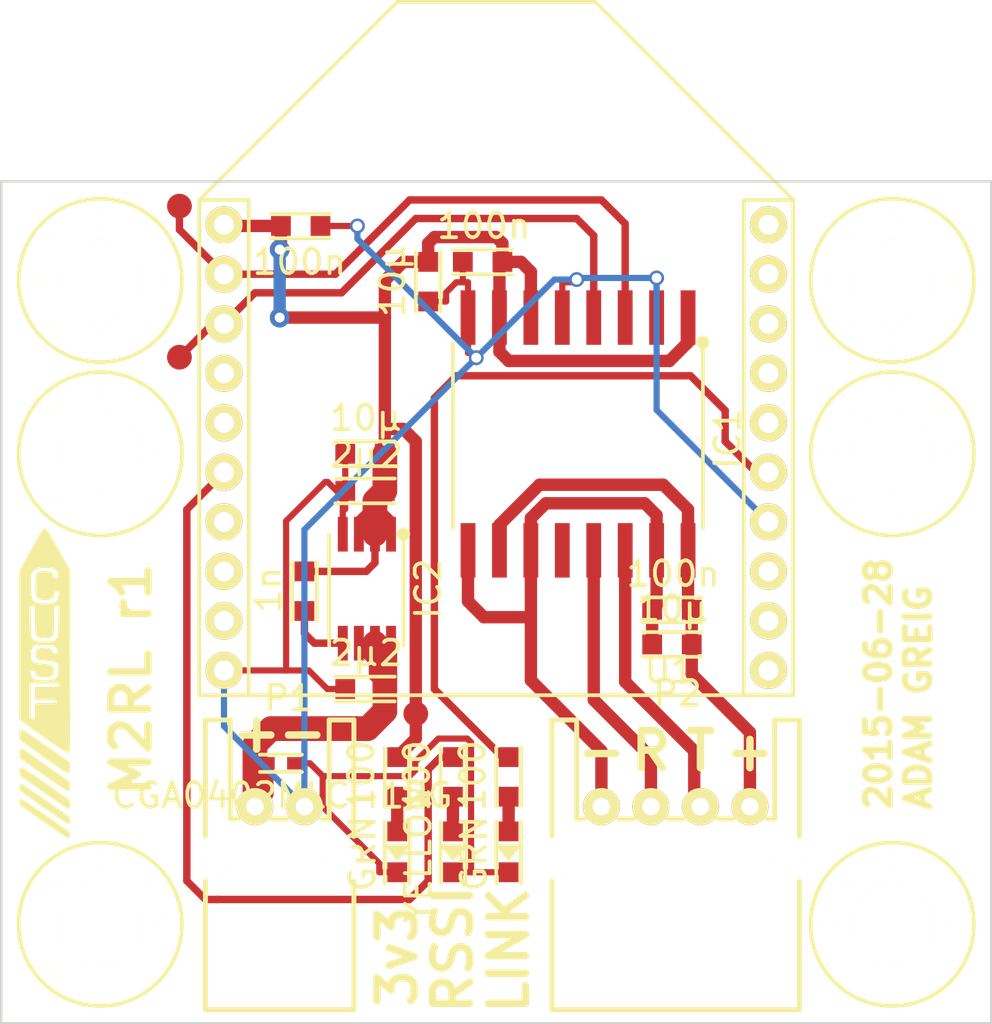
<source format=kicad_pcb>
(kicad_pcb (version 20171130) (host pcbnew "(5.1.12)-1")

  (general
    (thickness 1.6)
    (drawings 14)
    (tracks 193)
    (zones 0)
    (modules 31)
    (nets 30)
  )

  (page A4)
  (layers
    (0 F.Cu signal)
    (31 B.Cu signal)
    (32 B.Adhes user)
    (33 F.Adhes user hide)
    (34 B.Paste user)
    (35 F.Paste user)
    (36 B.SilkS user)
    (37 F.SilkS user)
    (38 B.Mask user)
    (39 F.Mask user)
    (40 Dwgs.User user)
    (41 Cmts.User user)
    (42 Eco1.User user)
    (43 Eco2.User user)
    (44 Edge.Cuts user)
    (45 Margin user)
    (46 B.CrtYd user)
    (47 F.CrtYd user)
    (48 B.Fab user)
    (49 F.Fab user)
  )

  (setup
    (last_trace_width 0.25)
    (user_trace_width 0.2)
    (user_trace_width 0.28)
    (user_trace_width 0.3)
    (user_trace_width 0.4)
    (user_trace_width 0.5)
    (user_trace_width 0.8)
    (user_trace_width 1)
    (user_trace_width 1.2)
    (user_trace_width 1.5)
    (user_trace_width 2)
    (trace_clearance 0.2)
    (zone_clearance 0.3)
    (zone_45_only no)
    (trace_min 0.2)
    (via_size 0.6)
    (via_drill 0.4)
    (via_min_size 0.4)
    (via_min_drill 0.3)
    (user_via 0.8 0.4)
    (user_via 1 0.6)
    (uvia_size 0.3)
    (uvia_drill 0.1)
    (uvias_allowed no)
    (uvia_min_size 0.2)
    (uvia_min_drill 0.1)
    (edge_width 0.1)
    (segment_width 0.2)
    (pcb_text_width 0.3)
    (pcb_text_size 1.5 1.5)
    (mod_edge_width 0.15)
    (mod_text_size 1 1)
    (mod_text_width 0.15)
    (pad_size 1.5 1.5)
    (pad_drill 0.8)
    (pad_to_mask_clearance 0)
    (aux_axis_origin 0 0)
    (visible_elements 7FFFFFFF)
    (pcbplotparams
      (layerselection 0x010f0_80000001)
      (usegerberextensions true)
      (usegerberattributes true)
      (usegerberadvancedattributes true)
      (creategerberjobfile true)
      (excludeedgelayer true)
      (linewidth 0.100000)
      (plotframeref false)
      (viasonmask false)
      (mode 1)
      (useauxorigin false)
      (hpglpennumber 1)
      (hpglpenspeed 20)
      (hpglpendiameter 15.000000)
      (psnegative false)
      (psa4output false)
      (plotreference false)
      (plotvalue false)
      (plotinvisibletext false)
      (padsonsilk false)
      (subtractmaskfromsilk true)
      (outputformat 1)
      (mirror false)
      (drillshape 0)
      (scaleselection 1)
      (outputdirectory "gerbers/"))
  )

  (net 0 "")
  (net 1 +3V3)
  (net 2 GND)
  (net 3 "Net-(C4-Pad1)")
  (net 4 "Net-(C5-Pad1)")
  (net 5 "Net-(C5-Pad2)")
  (net 6 "Net-(C6-Pad2)")
  (net 7 "Net-(D1-Pad2)")
  (net 8 "Net-(D3-Pad2)")
  (net 9 "Net-(D4-Pad2)")
  (net 10 /DOUT)
  (net 11 /DIN)
  (net 12 "Net-(IC1-Pad13)")
  (net 13 "Net-(IC1-Pad14)")
  (net 14 "Net-(IC1-Pad12)")
  (net 15 "Net-(R1-Pad1)")
  (net 16 "Net-(U1-Pad4)")
  (net 17 "Net-(U1-Pad5)")
  (net 18 "Net-(U1-Pad7)")
  (net 19 "Net-(U1-Pad8)")
  (net 20 "Net-(U1-Pad9)")
  (net 21 "Net-(U1-Pad11)")
  (net 22 "Net-(U1-Pad12)")
  (net 23 "Net-(U1-Pad13)")
  (net 24 "Net-(U1-Pad16)")
  (net 25 "Net-(U1-Pad17)")
  (net 26 "Net-(U1-Pad18)")
  (net 27 "Net-(U1-Pad19)")
  (net 28 "Net-(U1-Pad20)")
  (net 29 "Net-(R2-Pad1)")

  (net_class Default "This is the default net class."
    (clearance 0.2)
    (trace_width 0.25)
    (via_dia 0.6)
    (via_drill 0.4)
    (uvia_dia 0.3)
    (uvia_drill 0.1)
    (add_net +3V3)
    (add_net /DIN)
    (add_net /DOUT)
    (add_net GND)
    (add_net "Net-(C4-Pad1)")
    (add_net "Net-(C5-Pad1)")
    (add_net "Net-(C5-Pad2)")
    (add_net "Net-(C6-Pad2)")
    (add_net "Net-(D1-Pad2)")
    (add_net "Net-(D3-Pad2)")
    (add_net "Net-(D4-Pad2)")
    (add_net "Net-(IC1-Pad12)")
    (add_net "Net-(IC1-Pad13)")
    (add_net "Net-(IC1-Pad14)")
    (add_net "Net-(R1-Pad1)")
    (add_net "Net-(R2-Pad1)")
    (add_net "Net-(U1-Pad11)")
    (add_net "Net-(U1-Pad12)")
    (add_net "Net-(U1-Pad13)")
    (add_net "Net-(U1-Pad16)")
    (add_net "Net-(U1-Pad17)")
    (add_net "Net-(U1-Pad18)")
    (add_net "Net-(U1-Pad19)")
    (add_net "Net-(U1-Pad20)")
    (add_net "Net-(U1-Pad4)")
    (add_net "Net-(U1-Pad5)")
    (add_net "Net-(U1-Pad7)")
    (add_net "Net-(U1-Pad8)")
    (add_net "Net-(U1-Pad9)")
  )

  (module m2rl:C0603 (layer F.Cu) (tedit 53D8DBFD) (tstamp 55905D40)
    (at 167.25 95.25 270)
    (path /559026E1)
    (fp_text reference C1 (at 0.7 -1.35 270) (layer F.SilkS) hide
      (effects (font (size 1 1) (thickness 0.15)))
    )
    (fp_text value 10µ (at 0.75 1.45 270) (layer F.SilkS)
      (effects (font (size 1 1) (thickness 0.15)))
    )
    (fp_line (start -0.4 0.5) (end 2 0.5) (layer F.SilkS) (width 0.15))
    (fp_line (start -0.4 -0.5) (end 2 -0.5) (layer F.SilkS) (width 0.15))
    (pad 1 smd rect (at 0 0 270) (size 0.8 0.8) (layers F.Cu F.Paste F.Mask)
      (net 1 +3V3))
    (pad 2 smd rect (at 1.6 0 270) (size 0.8 0.8) (layers F.Cu F.Paste F.Mask)
      (net 2 GND))
  )

  (module m2rl:C0603 (layer F.Cu) (tedit 53D8DBFD) (tstamp 55905D48)
    (at 161.3 93.8)
    (path /55902C3F)
    (fp_text reference C2 (at 0.7 -1.35) (layer F.SilkS) hide
      (effects (font (size 1 1) (thickness 0.15)))
    )
    (fp_text value 100n (at 0.75 1.45) (layer F.SilkS)
      (effects (font (size 1 1) (thickness 0.15)))
    )
    (fp_line (start -0.4 0.5) (end 2 0.5) (layer F.SilkS) (width 0.15))
    (fp_line (start -0.4 -0.5) (end 2 -0.5) (layer F.SilkS) (width 0.15))
    (pad 1 smd rect (at 0 0) (size 0.8 0.8) (layers F.Cu F.Paste F.Mask)
      (net 1 +3V3))
    (pad 2 smd rect (at 1.6 0) (size 0.8 0.8) (layers F.Cu F.Paste F.Mask)
      (net 2 GND))
  )

  (module m2rl:C0603 (layer F.Cu) (tedit 53D8DBFD) (tstamp 55905D50)
    (at 170.25 95.25 180)
    (path /55902587)
    (fp_text reference C3 (at 0.7 -1.35 180) (layer F.SilkS) hide
      (effects (font (size 1 1) (thickness 0.15)))
    )
    (fp_text value 100n (at 0.75 1.45 180) (layer F.SilkS)
      (effects (font (size 1 1) (thickness 0.15)))
    )
    (fp_line (start -0.4 0.5) (end 2 0.5) (layer F.SilkS) (width 0.15))
    (fp_line (start -0.4 -0.5) (end 2 -0.5) (layer F.SilkS) (width 0.15))
    (pad 1 smd rect (at 0 0 180) (size 0.8 0.8) (layers F.Cu F.Paste F.Mask)
      (net 1 +3V3))
    (pad 2 smd rect (at 1.6 0 180) (size 0.8 0.8) (layers F.Cu F.Paste F.Mask)
      (net 2 GND))
  )

  (module m2rl:C0603 (layer F.Cu) (tedit 53D8DBFD) (tstamp 55905D58)
    (at 165.5 112.5 180)
    (path /55901D7D)
    (fp_text reference C4 (at 0.7 -1.35 180) (layer F.SilkS) hide
      (effects (font (size 1 1) (thickness 0.15)))
    )
    (fp_text value 2µ2 (at 0.75 1.45 180) (layer F.SilkS)
      (effects (font (size 1 1) (thickness 0.15)))
    )
    (fp_line (start -0.4 0.5) (end 2 0.5) (layer F.SilkS) (width 0.15))
    (fp_line (start -0.4 -0.5) (end 2 -0.5) (layer F.SilkS) (width 0.15))
    (pad 1 smd rect (at 0 0 180) (size 0.8 0.8) (layers F.Cu F.Paste F.Mask)
      (net 3 "Net-(C4-Pad1)"))
    (pad 2 smd rect (at 1.6 0 180) (size 0.8 0.8) (layers F.Cu F.Paste F.Mask)
      (net 2 GND))
  )

  (module m2rl:C0603 (layer F.Cu) (tedit 53D8DBFD) (tstamp 55905D60)
    (at 177.9 109.3 180)
    (path /5590281A)
    (fp_text reference C5 (at 0.7 -1.35 180) (layer F.SilkS) hide
      (effects (font (size 1 1) (thickness 0.15)))
    )
    (fp_text value 100n (at 0.75 1.45 180) (layer F.SilkS)
      (effects (font (size 1 1) (thickness 0.15)))
    )
    (fp_line (start -0.4 0.5) (end 2 0.5) (layer F.SilkS) (width 0.15))
    (fp_line (start -0.4 -0.5) (end 2 -0.5) (layer F.SilkS) (width 0.15))
    (pad 1 smd rect (at 0 0 180) (size 0.8 0.8) (layers F.Cu F.Paste F.Mask)
      (net 4 "Net-(C5-Pad1)"))
    (pad 2 smd rect (at 1.6 0 180) (size 0.8 0.8) (layers F.Cu F.Paste F.Mask)
      (net 5 "Net-(C5-Pad2)"))
  )

  (module m2rl:C0603 (layer F.Cu) (tedit 53D8DBFD) (tstamp 55905D68)
    (at 162.25 107.75 270)
    (path /55902D12)
    (fp_text reference C6 (at 0.7 -1.35 270) (layer F.SilkS) hide
      (effects (font (size 1 1) (thickness 0.15)))
    )
    (fp_text value 1n (at 0.75 1.45 270) (layer F.SilkS)
      (effects (font (size 1 1) (thickness 0.15)))
    )
    (fp_line (start -0.4 0.5) (end 2 0.5) (layer F.SilkS) (width 0.15))
    (fp_line (start -0.4 -0.5) (end 2 -0.5) (layer F.SilkS) (width 0.15))
    (pad 1 smd rect (at 0 0 270) (size 0.8 0.8) (layers F.Cu F.Paste F.Mask)
      (net 1 +3V3))
    (pad 2 smd rect (at 1.6 0 270) (size 0.8 0.8) (layers F.Cu F.Paste F.Mask)
      (net 6 "Net-(C6-Pad2)"))
  )

  (module m2rl:C0603 (layer F.Cu) (tedit 53D8DBFD) (tstamp 55905D70)
    (at 177.9 110.7 180)
    (path /55902B88)
    (fp_text reference C7 (at 0.7 -1.35 180) (layer F.SilkS) hide
      (effects (font (size 1 1) (thickness 0.15)))
    )
    (fp_text value 10µ (at 0.75 1.45 180) (layer F.SilkS)
      (effects (font (size 1 1) (thickness 0.15)))
    )
    (fp_line (start -0.4 0.5) (end 2 0.5) (layer F.SilkS) (width 0.15))
    (fp_line (start -0.4 -0.5) (end 2 -0.5) (layer F.SilkS) (width 0.15))
    (pad 1 smd rect (at 0 0 180) (size 0.8 0.8) (layers F.Cu F.Paste F.Mask)
      (net 4 "Net-(C5-Pad1)"))
    (pad 2 smd rect (at 1.6 0 180) (size 0.8 0.8) (layers F.Cu F.Paste F.Mask)
      (net 5 "Net-(C5-Pad2)"))
  )

  (module m2rl:C0603 (layer F.Cu) (tedit 53D8DBFD) (tstamp 55905D78)
    (at 165.5 104.5 180)
    (path /55902DC8)
    (fp_text reference C8 (at 0.7 -1.35 180) (layer F.SilkS) hide
      (effects (font (size 1 1) (thickness 0.15)))
    )
    (fp_text value 2µ2 (at 0.75 1.45 180) (layer F.SilkS)
      (effects (font (size 1 1) (thickness 0.15)))
    )
    (fp_line (start -0.4 0.5) (end 2 0.5) (layer F.SilkS) (width 0.15))
    (fp_line (start -0.4 -0.5) (end 2 -0.5) (layer F.SilkS) (width 0.15))
    (pad 1 smd rect (at 0 0 180) (size 0.8 0.8) (layers F.Cu F.Paste F.Mask)
      (net 1 +3V3))
    (pad 2 smd rect (at 1.6 0 180) (size 0.8 0.8) (layers F.Cu F.Paste F.Mask)
      (net 2 GND))
  )

  (module m2rl:C0603 (layer F.Cu) (tedit 53D8DBFD) (tstamp 55905D80)
    (at 165.5 103 180)
    (path /55902E56)
    (fp_text reference C9 (at 0.7 -1.35 180) (layer F.SilkS) hide
      (effects (font (size 1 1) (thickness 0.15)))
    )
    (fp_text value 10µ (at 0.75 1.45 180) (layer F.SilkS)
      (effects (font (size 1 1) (thickness 0.15)))
    )
    (fp_line (start -0.4 0.5) (end 2 0.5) (layer F.SilkS) (width 0.15))
    (fp_line (start -0.4 -0.5) (end 2 -0.5) (layer F.SilkS) (width 0.15))
    (pad 1 smd rect (at 0 0 180) (size 0.8 0.8) (layers F.Cu F.Paste F.Mask)
      (net 1 +3V3))
    (pad 2 smd rect (at 1.6 0 180) (size 0.8 0.8) (layers F.Cu F.Paste F.Mask)
      (net 2 GND))
  )

  (module m2rl:R0402 (layer F.Cu) (tedit 53CDA370) (tstamp 55905D98)
    (at 160.75 115.5)
    (path /55902323)
    (fp_text reference D2 (at 0.4 -1.25) (layer F.SilkS) hide
      (effects (font (size 1 1) (thickness 0.15)))
    )
    (fp_text value CGA0402MLC-12G (at 0.6 1.3) (layer F.SilkS)
      (effects (font (size 1 1) (thickness 0.15)))
    )
    (fp_line (start -0.3 0.35) (end 1.4 0.35) (layer F.SilkS) (width 0.15))
    (fp_line (start -0.3 -0.35) (end 1.4 -0.35) (layer F.SilkS) (width 0.15))
    (pad 1 smd rect (at 0 0) (size 0.6 0.5) (layers F.Cu F.Paste F.Mask)
      (net 3 "Net-(C4-Pad1)"))
    (pad 2 smd rect (at 1.1 0) (size 0.6 0.5) (layers F.Cu F.Paste F.Mask)
      (net 2 GND))
  )

  (module m2rl:SOIC16W (layer F.Cu) (tedit 55904EF9) (tstamp 55905DD0)
    (at 177.75 97.5 270)
    (path /55901B4B)
    (fp_text reference IC1 (at 4.9 -1.6 270) (layer F.SilkS)
      (effects (font (size 1 1) (thickness 0.15)))
    )
    (fp_text value ADuM5201 (at 5 10.5 270) (layer F.SilkS) hide
      (effects (font (size 1 1) (thickness 0.15)))
    )
    (fp_line (start 8.5 9.5) (end 1 9.5) (layer F.SilkS) (width 0.15))
    (fp_line (start 1 -0.6) (end 8.5 -0.6) (layer F.SilkS) (width 0.15))
    (fp_circle (center 1 -0.6) (end 1.2 -0.6) (layer F.SilkS) (width 0.15))
    (fp_circle (center 1 -0.6) (end 1.1 -0.6) (layer F.SilkS) (width 0.15))
    (pad 1 smd rect (at 0 0 270) (size 2.2 0.6) (layers F.Cu F.Paste F.Mask)
      (net 1 +3V3))
    (pad 2 smd rect (at 0 1.27 270) (size 2.2 0.6) (layers F.Cu F.Paste F.Mask)
      (net 2 GND))
    (pad 3 smd rect (at 0 2.54 270) (size 2.2 0.6) (layers F.Cu F.Paste F.Mask)
      (net 10 /DOUT))
    (pad 4 smd rect (at 0 3.81 270) (size 2.2 0.6) (layers F.Cu F.Paste F.Mask)
      (net 11 /DIN))
    (pad 13 smd rect (at 9.4 3.81 270) (size 2.2 0.6) (layers F.Cu F.Paste F.Mask)
      (net 12 "Net-(IC1-Pad13)"))
    (pad 14 smd rect (at 9.4 2.54 270) (size 2.2 0.6) (layers F.Cu F.Paste F.Mask)
      (net 13 "Net-(IC1-Pad14)"))
    (pad 15 smd rect (at 9.4 1.27 270) (size 2.2 0.6) (layers F.Cu F.Paste F.Mask)
      (net 5 "Net-(C5-Pad2)"))
    (pad 16 smd rect (at 9.4 0 270) (size 2.2 0.6) (layers F.Cu F.Paste F.Mask)
      (net 4 "Net-(C5-Pad1)"))
    (pad 5 smd rect (at 0 5.08 270) (size 2.2 0.6) (layers F.Cu F.Paste F.Mask)
      (net 2 GND))
    (pad 6 smd rect (at 0 6.35 270) (size 2.2 0.6) (layers F.Cu F.Paste F.Mask)
      (net 1 +3V3))
    (pad 7 smd rect (at 0 7.62 270) (size 2.2 0.6) (layers F.Cu F.Paste F.Mask)
      (net 1 +3V3))
    (pad 8 smd rect (at 0 8.89 270) (size 2.2 0.6) (layers F.Cu F.Paste F.Mask)
      (net 2 GND))
    (pad 12 smd rect (at 9.4 5.08 270) (size 2.2 0.6) (layers F.Cu F.Paste F.Mask)
      (net 14 "Net-(IC1-Pad12)"))
    (pad 11 smd rect (at 9.4 6.35 270) (size 2.2 0.6) (layers F.Cu F.Paste F.Mask)
      (net 5 "Net-(C5-Pad2)"))
    (pad 10 smd rect (at 9.4 7.62 270) (size 2.2 0.6) (layers F.Cu F.Paste F.Mask)
      (net 4 "Net-(C5-Pad1)"))
    (pad 9 smd rect (at 9.4 8.89 270) (size 2.2 0.6) (layers F.Cu F.Paste F.Mask)
      (net 5 "Net-(C5-Pad2)"))
  )

  (module m2rl:MSOP8 (layer F.Cu) (tedit 53CD920E) (tstamp 55905DE0)
    (at 165.75 106.25 270)
    (path /55901D0C)
    (fp_text reference IC2 (at 2.2 -1.5 270) (layer F.SilkS)
      (effects (font (size 1 1) (thickness 0.15)))
    )
    (fp_text value ADP3335 (at 2.5 3.5 270) (layer F.SilkS) hide
      (effects (font (size 1 1) (thickness 0.15)))
    )
    (fp_circle (center 0 -0.5) (end 0.2 -0.5) (layer F.SilkS) (width 0.15))
    (fp_circle (center 0 -0.5) (end 0.1 -0.5) (layer F.SilkS) (width 0.15))
    (fp_line (start 0 2.5) (end 4.5 2.5) (layer F.SilkS) (width 0.15))
    (fp_line (start 0 -0.5) (end 4.5 -0.5) (layer F.SilkS) (width 0.15))
    (pad 1 smd rect (at 0 0 270) (size 1.4 0.4) (layers F.Cu F.Paste F.Mask)
      (net 1 +3V3))
    (pad 2 smd rect (at 0 0.65 270) (size 1.4 0.4) (layers F.Cu F.Paste F.Mask)
      (net 1 +3V3))
    (pad 3 smd rect (at 0 1.3 270) (size 1.4 0.4) (layers F.Cu F.Paste F.Mask)
      (net 1 +3V3))
    (pad 4 smd rect (at 0 1.95 270) (size 1.4 0.4) (layers F.Cu F.Paste F.Mask)
      (net 2 GND))
    (pad 5 smd rect (at 4.4 1.95 270) (size 1.4 0.4) (layers F.Cu F.Paste F.Mask)
      (net 6 "Net-(C6-Pad2)"))
    (pad 6 smd rect (at 4.4 1.3 270) (size 1.4 0.4) (layers F.Cu F.Paste F.Mask)
      (net 3 "Net-(C4-Pad1)"))
    (pad 7 smd rect (at 4.4 0.65 270) (size 1.4 0.4) (layers F.Cu F.Paste F.Mask)
      (net 3 "Net-(C4-Pad1)"))
    (pad 8 smd rect (at 4.4 0 270) (size 1.4 0.4) (layers F.Cu F.Paste F.Mask)
      (net 3 "Net-(C4-Pad1)"))
  )

  (module m2rl:S02B-PASK-2 (layer F.Cu) (tedit 555D2368) (tstamp 55905DF4)
    (at 162.25 117.25 180)
    (path /55901AFC)
    (fp_text reference P1 (at 0.64 4.38 180) (layer F.SilkS)
      (effects (font (size 1 1) (thickness 0.15)))
    )
    (fp_text value CONN_01X02 (at 0.41 -7.21 180) (layer F.SilkS) hide
      (effects (font (size 1 1) (thickness 0.15)))
    )
    (fp_line (start 3 -0.5) (end 2.7 -0.5) (layer F.SilkS) (width 0.2))
    (fp_line (start 0.7 -0.5) (end 1.3 -0.5) (layer F.SilkS) (width 0.2))
    (fp_line (start -1 -0.5) (end -0.7 -0.5) (layer F.SilkS) (width 0.2))
    (fp_line (start 4 3.5) (end 3 3.5) (layer F.SilkS) (width 0.2))
    (fp_line (start 3 3.5) (end 3 -0.5) (layer F.SilkS) (width 0.2))
    (fp_line (start -2 3.5) (end -1 3.5) (layer F.SilkS) (width 0.2))
    (fp_line (start -1 3.5) (end -1 -0.5) (layer F.SilkS) (width 0.2))
    (fp_line (start 4 -8.2) (end -2 -8.2) (layer F.SilkS) (width 0.2))
    (fp_line (start 4 -3) (end 4 -8.2) (layer F.SilkS) (width 0.2))
    (fp_line (start 4 3.5) (end 4 -1.2) (layer F.SilkS) (width 0.2))
    (fp_line (start -2 -1.2) (end -2 3.5) (layer F.SilkS) (width 0.2))
    (fp_line (start -2 -8.2) (end -2 -3) (layer F.SilkS) (width 0.2))
    (pad 1 thru_hole circle (at 0 0 180) (size 1.5 1.5) (drill 0.7) (layers *.Cu *.Mask F.SilkS)
      (net 2 GND))
    (pad 2 thru_hole circle (at 2 0 180) (size 1.5 1.5) (drill 0.7) (layers *.Cu *.Mask F.SilkS)
      (net 3 "Net-(C4-Pad1)"))
    (pad "" np_thru_hole circle (at -1.5 -2.1 180) (size 1.2 1.2) (drill 1.2) (layers *.Cu *.Mask F.SilkS))
    (pad "" np_thru_hole circle (at 3.5 -2.1 180) (size 1.2 1.2) (drill 1.2) (layers *.Cu *.Mask F.SilkS))
  )

  (module m2rl:S04B-PASK-2 (layer F.Cu) (tedit 555D23C0) (tstamp 55905E0C)
    (at 180.25 117.25 180)
    (path /559018B4)
    (fp_text reference P2 (at 2.93 4.57 180) (layer F.SilkS)
      (effects (font (size 1 1) (thickness 0.15)))
    )
    (fp_text value CONN_01X04 (at 0.44 -6.86 180) (layer F.SilkS) hide
      (effects (font (size 1 1) (thickness 0.15)))
    )
    (fp_line (start -1 -0.5) (end -0.7 -0.5) (layer F.SilkS) (width 0.2))
    (fp_line (start 1.3 -0.5) (end 0.7 -0.5) (layer F.SilkS) (width 0.2))
    (fp_line (start 3.3 -0.5) (end 2.7 -0.5) (layer F.SilkS) (width 0.2))
    (fp_line (start 5.3 -0.5) (end 4.7 -0.5) (layer F.SilkS) (width 0.2))
    (fp_line (start 7 -0.5) (end 6.7 -0.5) (layer F.SilkS) (width 0.2))
    (fp_line (start 8 3.5) (end 7 3.5) (layer F.SilkS) (width 0.2))
    (fp_line (start 7 3.5) (end 7 -0.5) (layer F.SilkS) (width 0.2))
    (fp_line (start -2 3.5) (end -1 3.5) (layer F.SilkS) (width 0.2))
    (fp_line (start -1 3.5) (end -1 -0.5) (layer F.SilkS) (width 0.2))
    (fp_line (start 8 -8.2) (end -2 -8.2) (layer F.SilkS) (width 0.2))
    (fp_line (start 8 -3) (end 8 -8.2) (layer F.SilkS) (width 0.2))
    (fp_line (start 8 3.5) (end 8 -1.2) (layer F.SilkS) (width 0.2))
    (fp_line (start -2 -1.2) (end -2 3.5) (layer F.SilkS) (width 0.2))
    (fp_line (start -2 -8.2) (end -2 -3) (layer F.SilkS) (width 0.2))
    (pad 1 thru_hole circle (at 0 0 180) (size 1.5 1.5) (drill 0.7) (layers *.Cu *.Mask F.SilkS)
      (net 4 "Net-(C5-Pad1)"))
    (pad 2 thru_hole circle (at 2 0 180) (size 1.5 1.5) (drill 0.7) (layers *.Cu *.Mask F.SilkS)
      (net 13 "Net-(IC1-Pad14)"))
    (pad 3 thru_hole circle (at 4 0 180) (size 1.5 1.5) (drill 0.7) (layers *.Cu *.Mask F.SilkS)
      (net 12 "Net-(IC1-Pad13)"))
    (pad 4 thru_hole circle (at 6 0 180) (size 1.5 1.5) (drill 0.7) (layers *.Cu *.Mask F.SilkS)
      (net 5 "Net-(C5-Pad2)"))
    (pad "" np_thru_hole circle (at -1.5 -2.1 180) (size 1.2 1.2) (drill 1.2) (layers *.Cu *.Mask F.SilkS))
    (pad "" np_thru_hole circle (at 7.5 -2.1 180) (size 1.2 1.2) (drill 1.2) (layers *.Cu *.Mask F.SilkS))
  )

  (module m2rl:R0603 (layer F.Cu) (tedit 53CDA429) (tstamp 5)
    (at 168.25 115.25 270)
    (path /559090BD)
    (fp_text reference R1 (at 0.7 -1.35 270) (layer F.SilkS) hide
      (effects (font (size 1 1) (thickness 0.15)))
    )
    (fp_text value 100 (at 0.75 1.45 270) (layer F.SilkS)
      (effects (font (size 1 1) (thickness 0.15)))
    )
    (fp_line (start -0.4 0.5) (end 2 0.5) (layer F.SilkS) (width 0.15))
    (fp_line (start -0.4 -0.5) (end 2 -0.5) (layer F.SilkS) (width 0.15))
    (pad 1 smd rect (at 0 0 270) (size 0.8 0.8) (layers F.Cu F.Paste F.Mask)
      (net 15 "Net-(R1-Pad1)"))
    (pad 2 smd rect (at 1.6 0 270) (size 0.8 0.8) (layers F.Cu F.Paste F.Mask)
      (net 7 "Net-(D1-Pad2)"))
  )

  (module m2rl:R0603 (layer F.Cu) (tedit 53CDA429) (tstamp 55905E1C)
    (at 170.5 115.25 270)
    (path /55908FB8)
    (fp_text reference R2 (at 0.7 -1.35 270) (layer F.SilkS) hide
      (effects (font (size 1 1) (thickness 0.15)))
    )
    (fp_text value 100 (at 0.75 1.45 270) (layer F.SilkS)
      (effects (font (size 1 1) (thickness 0.15)))
    )
    (fp_line (start -0.4 0.5) (end 2 0.5) (layer F.SilkS) (width 0.15))
    (fp_line (start -0.4 -0.5) (end 2 -0.5) (layer F.SilkS) (width 0.15))
    (pad 1 smd rect (at 0 0 270) (size 0.8 0.8) (layers F.Cu F.Paste F.Mask)
      (net 29 "Net-(R2-Pad1)"))
    (pad 2 smd rect (at 1.6 0 270) (size 0.8 0.8) (layers F.Cu F.Paste F.Mask)
      (net 8 "Net-(D3-Pad2)"))
  )

  (module m2rl:R0603 (layer F.Cu) (tedit 53CDA429) (tstamp 5)
    (at 166 115.25 270)
    (path /55901F4E)
    (fp_text reference R3 (at 0.7 -1.35 270) (layer F.SilkS) hide
      (effects (font (size 1 1) (thickness 0.15)))
    )
    (fp_text value 100 (at 0.75 1.45 270) (layer F.SilkS)
      (effects (font (size 1 1) (thickness 0.15)))
    )
    (fp_line (start -0.4 0.5) (end 2 0.5) (layer F.SilkS) (width 0.15))
    (fp_line (start -0.4 -0.5) (end 2 -0.5) (layer F.SilkS) (width 0.15))
    (pad 1 smd rect (at 0 0 270) (size 0.8 0.8) (layers F.Cu F.Paste F.Mask)
      (net 1 +3V3))
    (pad 2 smd rect (at 1.6 0 270) (size 0.8 0.8) (layers F.Cu F.Paste F.Mask)
      (net 9 "Net-(D4-Pad2)"))
  )

  (module m2rl:XBEE (layer F.Cu) (tedit 5590533B) (tstamp 5590655C)
    (at 159 93.75)
    (path /55901854)
    (fp_text reference U1 (at 18 18) (layer F.SilkS)
      (effects (font (size 1 1) (thickness 0.15)))
    )
    (fp_text value XBEE (at 3 18) (layer F.Fab)
      (effects (font (size 1 1) (thickness 0.15)))
    )
    (fp_line (start 21 19) (end 21 -1) (layer F.SilkS) (width 0.15))
    (fp_line (start 21 -1) (end 23 -1) (layer F.SilkS) (width 0.15))
    (fp_line (start 1 19) (end 1 -1) (layer F.SilkS) (width 0.15))
    (fp_line (start 1 -1) (end -1 -1) (layer F.SilkS) (width 0.15))
    (fp_line (start -1 19) (end -1 -1) (layer F.SilkS) (width 0.15))
    (fp_line (start -1 -1) (end 7 -9) (layer F.SilkS) (width 0.15))
    (fp_line (start 7 -9) (end 15 -9) (layer F.SilkS) (width 0.15))
    (fp_line (start -1 19) (end 23 19) (layer F.SilkS) (width 0.15))
    (fp_line (start 23 19) (end 23 -1) (layer F.SilkS) (width 0.15))
    (fp_line (start 23 -1) (end 15 -9) (layer F.SilkS) (width 0.15))
    (pad 1 thru_hole circle (at 0 0) (size 1.5 1.5) (drill 0.8) (layers *.Cu *.Mask F.SilkS)
      (net 1 +3V3))
    (pad 2 thru_hole circle (at 0 2) (size 1.5 1.5) (drill 0.8) (layers *.Cu *.Mask F.SilkS)
      (net 10 /DOUT))
    (pad 3 thru_hole circle (at 0 4) (size 1.5 1.5) (drill 0.8) (layers *.Cu *.Mask F.SilkS)
      (net 11 /DIN))
    (pad 4 thru_hole circle (at 0 6) (size 1.5 1.5) (drill 0.8) (layers *.Cu *.Mask F.SilkS)
      (net 16 "Net-(U1-Pad4)"))
    (pad 5 thru_hole circle (at 0 8) (size 1.5 1.5) (drill 0.8) (layers *.Cu *.Mask F.SilkS)
      (net 17 "Net-(U1-Pad5)"))
    (pad 6 thru_hole circle (at 0 10) (size 1.5 1.5) (drill 0.8) (layers *.Cu *.Mask F.SilkS)
      (net 15 "Net-(R1-Pad1)"))
    (pad 7 thru_hole circle (at 0 12) (size 1.5 1.5) (drill 0.8) (layers *.Cu *.Mask F.SilkS)
      (net 18 "Net-(U1-Pad7)"))
    (pad 8 thru_hole circle (at 0 14) (size 1.5 1.5) (drill 0.8) (layers *.Cu *.Mask F.SilkS)
      (net 19 "Net-(U1-Pad8)"))
    (pad 9 thru_hole circle (at 0 16) (size 1.5 1.5) (drill 0.8) (layers *.Cu *.Mask F.SilkS)
      (net 20 "Net-(U1-Pad9)"))
    (pad 10 thru_hole circle (at 0 18) (size 1.5 1.5) (drill 0.8) (layers *.Cu *.Mask F.SilkS)
      (net 2 GND))
    (pad 11 thru_hole circle (at 22 18) (size 1.5 1.5) (drill 0.8) (layers *.Cu *.Mask F.SilkS)
      (net 21 "Net-(U1-Pad11)"))
    (pad 12 thru_hole circle (at 22 16) (size 1.5 1.5) (drill 0.8) (layers *.Cu *.Mask F.SilkS)
      (net 22 "Net-(U1-Pad12)"))
    (pad 13 thru_hole circle (at 22 14) (size 1.5 1.5) (drill 0.8) (layers *.Cu *.Mask F.SilkS)
      (net 23 "Net-(U1-Pad13)"))
    (pad 14 thru_hole circle (at 22 12) (size 1.5 1.5) (drill 0.8) (layers *.Cu *.Mask F.SilkS)
      (net 2 GND))
    (pad 15 thru_hole circle (at 22 10) (size 1.5 1.5) (drill 0.8) (layers *.Cu *.Mask F.SilkS)
      (net 29 "Net-(R2-Pad1)"))
    (pad 16 thru_hole circle (at 22 8) (size 1.5 1.5) (drill 0.8) (layers *.Cu *.Mask F.SilkS)
      (net 24 "Net-(U1-Pad16)"))
    (pad 17 thru_hole circle (at 22 6) (size 1.5 1.5) (drill 0.8) (layers *.Cu *.Mask F.SilkS)
      (net 25 "Net-(U1-Pad17)"))
    (pad 18 thru_hole circle (at 22 4) (size 1.5 1.5) (drill 0.8) (layers *.Cu *.Mask F.SilkS)
      (net 26 "Net-(U1-Pad18)"))
    (pad 19 thru_hole circle (at 22 2) (size 1.5 1.5) (drill 0.8) (layers *.Cu *.Mask F.SilkS)
      (net 27 "Net-(U1-Pad19)"))
    (pad 20 thru_hole circle (at 22 0) (size 1.5 1.5) (drill 0.8) (layers *.Cu *.Mask F.SilkS)
      (net 28 "Net-(U1-Pad20)"))
  )

  (module m2rl:LED0603 (layer F.Cu) (tedit 559055DB) (tstamp 55905DB8)
    (at 166 118.25 270)
    (path /55901CDA)
    (fp_text reference D4 (at 0.8 -1.3 270) (layer F.SilkS) hide
      (effects (font (size 1 1) (thickness 0.15)))
    )
    (fp_text value GRN (at 0.9 1.4 270) (layer F.SilkS)
      (effects (font (size 1 1) (thickness 0.15)))
    )
    (fp_line (start -0.4 0.5) (end 2.1 0.5) (layer F.SilkS) (width 0.15))
    (fp_line (start -0.4 -0.5) (end 2.1 -0.5) (layer F.SilkS) (width 0.15))
    (fp_line (start 0.8 0.2) (end 0.7 0.2) (layer F.SilkS) (width 0.15))
    (fp_line (start 0.9 0.1) (end 0.7 0.1) (layer F.SilkS) (width 0.15))
    (fp_line (start 0.8 -0.2) (end 0.7 -0.2) (layer F.SilkS) (width 0.15))
    (fp_line (start 0.9 -0.1) (end 0.7 -0.1) (layer F.SilkS) (width 0.15))
    (fp_line (start 1 0) (end 0.7 0) (layer F.SilkS) (width 0.15))
    (fp_line (start 0.6 -0.4) (end 1.1 0) (layer F.SilkS) (width 0.15))
    (fp_line (start 1.1 0) (end 0.6 0.4) (layer F.SilkS) (width 0.15))
    (fp_line (start 0.6 0.4) (end 0.6 -0.4) (layer F.SilkS) (width 0.15))
    (pad 2 smd rect (at 0 0 270) (size 0.8 0.8) (layers F.Cu F.Paste F.Mask)
      (net 9 "Net-(D4-Pad2)"))
    (pad 1 smd rect (at 1.65 0 270) (size 0.8 0.8) (layers F.Cu F.Paste F.Mask)
      (net 2 GND))
  )

  (module m2rl:LED0603 (layer F.Cu) (tedit 559055DB) (tstamp 55905DA8)
    (at 170.5 118.25 270)
    (path /55908E09)
    (fp_text reference D3 (at 0.8 -1.3 270) (layer F.SilkS) hide
      (effects (font (size 1 1) (thickness 0.15)))
    )
    (fp_text value GRN (at 0.9 1.4 270) (layer F.SilkS)
      (effects (font (size 1 1) (thickness 0.15)))
    )
    (fp_line (start -0.4 0.5) (end 2.1 0.5) (layer F.SilkS) (width 0.15))
    (fp_line (start -0.4 -0.5) (end 2.1 -0.5) (layer F.SilkS) (width 0.15))
    (fp_line (start 0.8 0.2) (end 0.7 0.2) (layer F.SilkS) (width 0.15))
    (fp_line (start 0.9 0.1) (end 0.7 0.1) (layer F.SilkS) (width 0.15))
    (fp_line (start 0.8 -0.2) (end 0.7 -0.2) (layer F.SilkS) (width 0.15))
    (fp_line (start 0.9 -0.1) (end 0.7 -0.1) (layer F.SilkS) (width 0.15))
    (fp_line (start 1 0) (end 0.7 0) (layer F.SilkS) (width 0.15))
    (fp_line (start 0.6 -0.4) (end 1.1 0) (layer F.SilkS) (width 0.15))
    (fp_line (start 1.1 0) (end 0.6 0.4) (layer F.SilkS) (width 0.15))
    (fp_line (start 0.6 0.4) (end 0.6 -0.4) (layer F.SilkS) (width 0.15))
    (pad 2 smd rect (at 0 0 270) (size 0.8 0.8) (layers F.Cu F.Paste F.Mask)
      (net 8 "Net-(D3-Pad2)"))
    (pad 1 smd rect (at 1.65 0 270) (size 0.8 0.8) (layers F.Cu F.Paste F.Mask)
      (net 2 GND))
  )

  (module m2rl:LED0603 (layer F.Cu) (tedit 559055DB) (tstamp 55905D90)
    (at 168.25 118.25 270)
    (path /55908791)
    (fp_text reference D1 (at 0.8 -1.3 270) (layer F.SilkS) hide
      (effects (font (size 1 1) (thickness 0.15)))
    )
    (fp_text value YELLOW (at 0.9 1.4 270) (layer F.SilkS)
      (effects (font (size 1 1) (thickness 0.15)))
    )
    (fp_line (start -0.4 0.5) (end 2.1 0.5) (layer F.SilkS) (width 0.15))
    (fp_line (start -0.4 -0.5) (end 2.1 -0.5) (layer F.SilkS) (width 0.15))
    (fp_line (start 0.8 0.2) (end 0.7 0.2) (layer F.SilkS) (width 0.15))
    (fp_line (start 0.9 0.1) (end 0.7 0.1) (layer F.SilkS) (width 0.15))
    (fp_line (start 0.8 -0.2) (end 0.7 -0.2) (layer F.SilkS) (width 0.15))
    (fp_line (start 0.9 -0.1) (end 0.7 -0.1) (layer F.SilkS) (width 0.15))
    (fp_line (start 1 0) (end 0.7 0) (layer F.SilkS) (width 0.15))
    (fp_line (start 0.6 -0.4) (end 1.1 0) (layer F.SilkS) (width 0.15))
    (fp_line (start 1.1 0) (end 0.6 0.4) (layer F.SilkS) (width 0.15))
    (fp_line (start 0.6 0.4) (end 0.6 -0.4) (layer F.SilkS) (width 0.15))
    (pad 2 smd rect (at 0 0 270) (size 0.8 0.8) (layers F.Cu F.Paste F.Mask)
      (net 7 "Net-(D1-Pad2)"))
    (pad 1 smd rect (at 1.65 0 270) (size 0.8 0.8) (layers F.Cu F.Paste F.Mask)
      (net 2 GND))
  )

  (module m2rl:M3_MOUNT (layer F.Cu) (tedit 53DC1522) (tstamp 55906A0C)
    (at 186 96)
    (fp_text reference M3_MOUNT_6 (at 0 -4) (layer F.SilkS) hide
      (effects (font (size 1 1) (thickness 0.15)))
    )
    (fp_text value VAL** (at 0 4) (layer F.SilkS) hide
      (effects (font (size 1 1) (thickness 0.15)))
    )
    (fp_circle (center 0 0) (end 3.3 0) (layer F.SilkS) (width 0.15))
    (pad "" np_thru_hole circle (at 0 0) (size 3.3 3.3) (drill 3.3) (layers *.Cu *.Mask F.Paste F.SilkS)
      (solder_mask_margin 1.5) (clearance 1.65))
    (pad "" np_thru_hole circle (at 0 -2.5) (size 0.6 0.6) (drill 0.6) (layers *.Cu *.Mask F.SilkS))
    (pad "" np_thru_hole circle (at 2.5 0) (size 0.6 0.6) (drill 0.6) (layers *.Cu *.Mask F.SilkS))
    (pad "" np_thru_hole circle (at 0 2.5) (size 0.6 0.6) (drill 0.6) (layers *.Cu *.Mask F.SilkS))
    (pad "" np_thru_hole circle (at -2.5 0) (size 0.6 0.6) (drill 0.6) (layers *.Cu *.Mask F.SilkS))
    (pad "" np_thru_hole circle (at -1.8 -1.8) (size 0.6 0.6) (drill 0.6) (layers *.Cu *.Mask F.SilkS))
    (pad "" np_thru_hole circle (at 1.8 -1.8) (size 0.6 0.6) (drill 0.6) (layers *.Cu *.Mask F.SilkS))
    (pad "" np_thru_hole circle (at -1.8 1.8) (size 0.6 0.6) (drill 0.6) (layers *.Cu *.Mask F.SilkS))
    (pad "" np_thru_hole circle (at 1.8 1.8) (size 0.6 0.6) (drill 0.6) (layers *.Cu *.Mask F.SilkS))
  )

  (module m2rl:M3_MOUNT (layer F.Cu) (tedit 53DC1522) (tstamp 55906A27)
    (at 186 122)
    (fp_text reference M3_MOUNT_5 (at 0 -4) (layer F.SilkS) hide
      (effects (font (size 1 1) (thickness 0.15)))
    )
    (fp_text value VAL** (at 0 4) (layer F.SilkS) hide
      (effects (font (size 1 1) (thickness 0.15)))
    )
    (fp_circle (center 0 0) (end 3.3 0) (layer F.SilkS) (width 0.15))
    (pad "" np_thru_hole circle (at 0 0) (size 3.3 3.3) (drill 3.3) (layers *.Cu *.Mask F.Paste F.SilkS)
      (solder_mask_margin 1.5) (clearance 1.65))
    (pad "" np_thru_hole circle (at 0 -2.5) (size 0.6 0.6) (drill 0.6) (layers *.Cu *.Mask F.SilkS))
    (pad "" np_thru_hole circle (at 2.5 0) (size 0.6 0.6) (drill 0.6) (layers *.Cu *.Mask F.SilkS))
    (pad "" np_thru_hole circle (at 0 2.5) (size 0.6 0.6) (drill 0.6) (layers *.Cu *.Mask F.SilkS))
    (pad "" np_thru_hole circle (at -2.5 0) (size 0.6 0.6) (drill 0.6) (layers *.Cu *.Mask F.SilkS))
    (pad "" np_thru_hole circle (at -1.8 -1.8) (size 0.6 0.6) (drill 0.6) (layers *.Cu *.Mask F.SilkS))
    (pad "" np_thru_hole circle (at 1.8 -1.8) (size 0.6 0.6) (drill 0.6) (layers *.Cu *.Mask F.SilkS))
    (pad "" np_thru_hole circle (at -1.8 1.8) (size 0.6 0.6) (drill 0.6) (layers *.Cu *.Mask F.SilkS))
    (pad "" np_thru_hole circle (at 1.8 1.8) (size 0.6 0.6) (drill 0.6) (layers *.Cu *.Mask F.SilkS))
  )

  (module m2rl:M3_MOUNT (layer F.Cu) (tedit 53DC1522) (tstamp 55906A42)
    (at 154 96)
    (fp_text reference M3_MOUNT_4 (at 0 -4) (layer F.SilkS) hide
      (effects (font (size 1 1) (thickness 0.15)))
    )
    (fp_text value VAL** (at 0 4) (layer F.SilkS) hide
      (effects (font (size 1 1) (thickness 0.15)))
    )
    (fp_circle (center 0 0) (end 3.3 0) (layer F.SilkS) (width 0.15))
    (pad "" np_thru_hole circle (at 0 0) (size 3.3 3.3) (drill 3.3) (layers *.Cu *.Mask F.Paste F.SilkS)
      (solder_mask_margin 1.5) (clearance 1.65))
    (pad "" np_thru_hole circle (at 0 -2.5) (size 0.6 0.6) (drill 0.6) (layers *.Cu *.Mask F.SilkS))
    (pad "" np_thru_hole circle (at 2.5 0) (size 0.6 0.6) (drill 0.6) (layers *.Cu *.Mask F.SilkS))
    (pad "" np_thru_hole circle (at 0 2.5) (size 0.6 0.6) (drill 0.6) (layers *.Cu *.Mask F.SilkS))
    (pad "" np_thru_hole circle (at -2.5 0) (size 0.6 0.6) (drill 0.6) (layers *.Cu *.Mask F.SilkS))
    (pad "" np_thru_hole circle (at -1.8 -1.8) (size 0.6 0.6) (drill 0.6) (layers *.Cu *.Mask F.SilkS))
    (pad "" np_thru_hole circle (at 1.8 -1.8) (size 0.6 0.6) (drill 0.6) (layers *.Cu *.Mask F.SilkS))
    (pad "" np_thru_hole circle (at -1.8 1.8) (size 0.6 0.6) (drill 0.6) (layers *.Cu *.Mask F.SilkS))
    (pad "" np_thru_hole circle (at 1.8 1.8) (size 0.6 0.6) (drill 0.6) (layers *.Cu *.Mask F.SilkS))
  )

  (module m2rl:M3_MOUNT (layer F.Cu) (tedit 53DC1522) (tstamp 55906A5D)
    (at 154 122)
    (fp_text reference M3_MOUNT_3 (at 0 -4) (layer F.SilkS) hide
      (effects (font (size 1 1) (thickness 0.15)))
    )
    (fp_text value VAL** (at 0 4) (layer F.SilkS) hide
      (effects (font (size 1 1) (thickness 0.15)))
    )
    (fp_circle (center 0 0) (end 3.3 0) (layer F.SilkS) (width 0.15))
    (pad "" np_thru_hole circle (at 0 0) (size 3.3 3.3) (drill 3.3) (layers *.Cu *.Mask F.Paste F.SilkS)
      (solder_mask_margin 1.5) (clearance 1.65))
    (pad "" np_thru_hole circle (at 0 -2.5) (size 0.6 0.6) (drill 0.6) (layers *.Cu *.Mask F.SilkS))
    (pad "" np_thru_hole circle (at 2.5 0) (size 0.6 0.6) (drill 0.6) (layers *.Cu *.Mask F.SilkS))
    (pad "" np_thru_hole circle (at 0 2.5) (size 0.6 0.6) (drill 0.6) (layers *.Cu *.Mask F.SilkS))
    (pad "" np_thru_hole circle (at -2.5 0) (size 0.6 0.6) (drill 0.6) (layers *.Cu *.Mask F.SilkS))
    (pad "" np_thru_hole circle (at -1.8 -1.8) (size 0.6 0.6) (drill 0.6) (layers *.Cu *.Mask F.SilkS))
    (pad "" np_thru_hole circle (at 1.8 -1.8) (size 0.6 0.6) (drill 0.6) (layers *.Cu *.Mask F.SilkS))
    (pad "" np_thru_hole circle (at -1.8 1.8) (size 0.6 0.6) (drill 0.6) (layers *.Cu *.Mask F.SilkS))
    (pad "" np_thru_hole circle (at 1.8 1.8) (size 0.6 0.6) (drill 0.6) (layers *.Cu *.Mask F.SilkS))
  )

  (module m2rl:M3_MOUNT (layer F.Cu) (tedit 53DC1522) (tstamp 55906A78)
    (at 186 103)
    (fp_text reference M3_MOUNT_2 (at 0 -4) (layer F.SilkS) hide
      (effects (font (size 1 1) (thickness 0.15)))
    )
    (fp_text value VAL** (at 0 4) (layer F.SilkS) hide
      (effects (font (size 1 1) (thickness 0.15)))
    )
    (fp_circle (center 0 0) (end 3.3 0) (layer F.SilkS) (width 0.15))
    (pad "" np_thru_hole circle (at 0 0) (size 3.3 3.3) (drill 3.3) (layers *.Cu *.Mask F.Paste F.SilkS)
      (solder_mask_margin 1.5) (clearance 1.65))
    (pad "" np_thru_hole circle (at 0 -2.5) (size 0.6 0.6) (drill 0.6) (layers *.Cu *.Mask F.SilkS))
    (pad "" np_thru_hole circle (at 2.5 0) (size 0.6 0.6) (drill 0.6) (layers *.Cu *.Mask F.SilkS))
    (pad "" np_thru_hole circle (at 0 2.5) (size 0.6 0.6) (drill 0.6) (layers *.Cu *.Mask F.SilkS))
    (pad "" np_thru_hole circle (at -2.5 0) (size 0.6 0.6) (drill 0.6) (layers *.Cu *.Mask F.SilkS))
    (pad "" np_thru_hole circle (at -1.8 -1.8) (size 0.6 0.6) (drill 0.6) (layers *.Cu *.Mask F.SilkS))
    (pad "" np_thru_hole circle (at 1.8 -1.8) (size 0.6 0.6) (drill 0.6) (layers *.Cu *.Mask F.SilkS))
    (pad "" np_thru_hole circle (at -1.8 1.8) (size 0.6 0.6) (drill 0.6) (layers *.Cu *.Mask F.SilkS))
    (pad "" np_thru_hole circle (at 1.8 1.8) (size 0.6 0.6) (drill 0.6) (layers *.Cu *.Mask F.SilkS))
  )

  (module m2rl:M3_MOUNT (layer F.Cu) (tedit 53DC1522) (tstamp 55906A93)
    (at 154 103)
    (fp_text reference M3_MOUNT (at 0 -4) (layer F.SilkS) hide
      (effects (font (size 1 1) (thickness 0.15)))
    )
    (fp_text value VAL** (at 0 4) (layer F.SilkS) hide
      (effects (font (size 1 1) (thickness 0.15)))
    )
    (fp_circle (center 0 0) (end 3.3 0) (layer F.SilkS) (width 0.15))
    (pad "" np_thru_hole circle (at 0 0) (size 3.3 3.3) (drill 3.3) (layers *.Cu *.Mask F.Paste F.SilkS)
      (solder_mask_margin 1.5) (clearance 1.65))
    (pad "" np_thru_hole circle (at 0 -2.5) (size 0.6 0.6) (drill 0.6) (layers *.Cu *.Mask F.SilkS))
    (pad "" np_thru_hole circle (at 2.5 0) (size 0.6 0.6) (drill 0.6) (layers *.Cu *.Mask F.SilkS))
    (pad "" np_thru_hole circle (at 0 2.5) (size 0.6 0.6) (drill 0.6) (layers *.Cu *.Mask F.SilkS))
    (pad "" np_thru_hole circle (at -2.5 0) (size 0.6 0.6) (drill 0.6) (layers *.Cu *.Mask F.SilkS))
    (pad "" np_thru_hole circle (at -1.8 -1.8) (size 0.6 0.6) (drill 0.6) (layers *.Cu *.Mask F.SilkS))
    (pad "" np_thru_hole circle (at 1.8 -1.8) (size 0.6 0.6) (drill 0.6) (layers *.Cu *.Mask F.SilkS))
    (pad "" np_thru_hole circle (at -1.8 1.8) (size 0.6 0.6) (drill 0.6) (layers *.Cu *.Mask F.SilkS))
    (pad "" np_thru_hole circle (at 1.8 1.8) (size 0.6 0.6) (drill 0.6) (layers *.Cu *.Mask F.SilkS))
  )

  (module m2rl:TESTPAD (layer F.Cu) (tedit 53CF3F64) (tstamp 559060)
    (at 157.2 93)
    (path /5590CE26)
    (fp_text reference TP3 (at 0 -1.4) (layer F.SilkS) hide
      (effects (font (size 1 1) (thickness 0.15)))
    )
    (fp_text value TESTPAD (at 0 1.6) (layer F.SilkS) hide
      (effects (font (size 1 1) (thickness 0.15)))
    )
    (pad 1 smd circle (at 0 0) (size 1 1) (layers F.Cu F.Mask)
      (net 10 /DOUT))
  )

  (module m2rl:TESTPAD (layer F.Cu) (tedit 53CF3F64) (tstamp 7FFFFFFF)
    (at 157.2 99.1)
    (path /5590D183)
    (fp_text reference TP4 (at 0 -1.4) (layer F.SilkS) hide
      (effects (font (size 1 1) (thickness 0.15)))
    )
    (fp_text value TESTPAD (at 0 1.6) (layer F.SilkS) hide
      (effects (font (size 1 1) (thickness 0.15)))
    )
    (pad 1 smd circle (at 0 0) (size 1 1) (layers F.Cu F.Mask)
      (net 11 /DIN))
  )

  (module m2rl:TESTPAD (layer F.Cu) (tedit 53CF3F64) (tstamp 55906E0B)
    (at 166.75 113.5)
    (path /5590CBBA)
    (fp_text reference TP5 (at 0 -1.4) (layer F.SilkS) hide
      (effects (font (size 1 1) (thickness 0.15)))
    )
    (fp_text value TESTPAD (at 0 1.6) (layer F.SilkS) hide
      (effects (font (size 1 1) (thickness 0.15)))
    )
    (pad 1 smd circle (at 0 0) (size 1 1) (layers F.Cu F.Mask)
      (net 1 +3V3))
  )

  (module m2rl:cusf_logo_small (layer F.Cu) (tedit 0) (tstamp 559071F4)
    (at 151.75 112.25)
    (fp_text reference G*** (at 0 0) (layer F.SilkS) hide
      (effects (font (size 1.524 1.524) (thickness 0.3)))
    )
    (fp_text value LOGO (at 0.75 0) (layer F.SilkS) hide
      (effects (font (size 1.524 1.524) (thickness 0.3)))
    )
    (fp_poly (pts (xy 0.995736 6.138875) (xy 0.993366 6.187746) (xy 0.972523 6.218489) (xy 0.954842 6.223)
      (xy 0.930121 6.211207) (xy 0.874208 6.177355) (xy 0.790543 6.123733) (xy 0.682563 6.052633)
      (xy 0.553707 5.966343) (xy 0.407414 5.867155) (xy 0.247121 5.757357) (xy 0.076267 5.63924)
      (xy 0.0288 5.60624) (xy -0.145473 5.484672) (xy -0.310662 5.368944) (xy -0.46321 5.26158)
      (xy -0.59956 5.165108) (xy -0.716156 5.082054) (xy -0.809441 5.014943) (xy -0.875858 4.966302)
      (xy -0.911851 4.938657) (xy -0.915458 4.93553) (xy -0.961704 4.873875) (xy -0.973666 4.808989)
      (xy -0.9702 4.760576) (xy -0.95438 4.743531) (xy -0.925712 4.745565) (xy -0.901117 4.75881)
      (xy -0.845893 4.793668) (xy -0.764029 4.847387) (xy -0.659512 4.917211) (xy -0.536331 5.000388)
      (xy -0.398474 5.094163) (xy -0.24993 5.195783) (xy -0.094686 5.302495) (xy 0.06327 5.411543)
      (xy 0.219948 5.520175) (xy 0.371361 5.625637) (xy 0.513521 5.725175) (xy 0.64244 5.816035)
      (xy 0.754128 5.895464) (xy 0.844598 5.960707) (xy 0.909862 6.009012) (xy 0.945932 6.037623)
      (xy 0.947209 6.03877) (xy 0.98017 6.084882) (xy 0.995736 6.138875)) (layer F.SilkS) (width 0.1))
    (fp_poly (pts (xy 0.996748 5.594801) (xy 0.983434 5.636726) (xy 0.957253 5.6515) (xy 0.933072 5.639695)
      (xy 0.877671 5.605795) (xy 0.794447 5.552075) (xy 0.686797 5.480809) (xy 0.558118 5.39427)
      (xy 0.411806 5.294732) (xy 0.251259 5.184469) (xy 0.079873 5.065756) (xy 0.020628 5.024494)
      (xy -0.154397 4.902236) (xy -0.319999 4.786186) (xy -0.472711 4.678802) (xy -0.609064 4.582539)
      (xy -0.72559 4.499853) (xy -0.81882 4.433202) (xy -0.885286 4.385041) (xy -0.92152 4.357826)
      (xy -0.926041 4.354055) (xy -0.955331 4.310728) (xy -0.972459 4.25345) (xy -0.976654 4.195206)
      (xy -0.967148 4.148978) (xy -0.943166 4.127751) (xy -0.939492 4.1275) (xy -0.916685 4.139257)
      (xy -0.863234 4.172714) (xy -0.783073 4.225147) (xy -0.680136 4.293835) (xy -0.558359 4.376054)
      (xy -0.421674 4.469082) (xy -0.274018 4.570196) (xy -0.119323 4.676674) (xy 0.038476 4.785792)
      (xy 0.195444 4.894828) (xy 0.347647 5.00106) (xy 0.491151 5.101765) (xy 0.622021 5.194219)
      (xy 0.736324 5.275701) (xy 0.830124 5.343488) (xy 0.899488 5.394856) (xy 0.94048 5.427085)
      (xy 0.947209 5.433151) (xy 0.978047 5.48023) (xy 0.994756 5.538374) (xy 0.996748 5.594801)) (layer F.SilkS) (width 0.1))
    (fp_poly (pts (xy 0.994834 4.92596) (xy 0.992604 4.99205) (xy 0.983617 5.025823) (xy 0.964423 5.037161)
      (xy 0.955856 5.037667) (xy 0.931394 5.025859) (xy 0.875726 4.991954) (xy 0.792258 4.938228)
      (xy 0.684395 4.866958) (xy 0.555543 4.780421) (xy 0.409109 4.680891) (xy 0.248499 4.570647)
      (xy 0.077118 4.451965) (xy 0.019231 4.411651) (xy -0.155708 4.289432) (xy -0.321253 4.173358)
      (xy -0.473926 4.065897) (xy -0.610252 3.969514) (xy -0.726754 3.886676) (xy -0.819954 3.81985)
      (xy -0.886377 3.771503) (xy -0.922544 3.744102) (xy -0.926962 3.740346) (xy -0.955611 3.70654)
      (xy -0.968768 3.665392) (xy -0.970376 3.601774) (xy -0.969295 3.577904) (xy -0.963838 3.510443)
      (xy -0.95382 3.475413) (xy -0.934935 3.462911) (xy -0.918919 3.462059) (xy -0.893421 3.474166)
      (xy -0.837446 3.50812) (xy -0.754968 3.561161) (xy -0.64996 3.630532) (xy -0.526394 3.713472)
      (xy -0.388244 3.807225) (xy -0.239481 3.90903) (xy -0.08408 4.01613) (xy 0.073989 4.125765)
      (xy 0.230751 4.235178) (xy 0.382233 4.341609) (xy 0.524464 4.4423) (xy 0.653471 4.534492)
      (xy 0.76528 4.615426) (xy 0.855919 4.682344) (xy 0.921415 4.732487) (xy 0.957795 4.763097)
      (xy 0.963054 4.768881) (xy 0.983116 4.820395) (xy 0.993914 4.895912) (xy 0.994834 4.92596)) (layer F.SilkS) (width 0.1))
    (fp_poly (pts (xy 0.992199 4.113405) (xy 0.990412 4.189997) (xy 0.9904 4.190272) (xy 0.984093 4.270389)
      (xy 0.972762 4.315715) (xy 0.954411 4.333683) (xy 0.951719 4.334339) (xy 0.928535 4.323757)
      (xy 0.874105 4.291054) (xy 0.791802 4.238476) (xy 0.685 4.168269) (xy 0.55707 4.082678)
      (xy 0.411387 3.983947) (xy 0.251323 3.874322) (xy 0.08025 3.756048) (xy 0.020386 3.714408)
      (xy -0.154744 3.592031) (xy -0.320435 3.475523) (xy -0.47321 3.367378) (xy -0.609592 3.270093)
      (xy -0.726105 3.186161) (xy -0.819272 3.118078) (xy -0.885617 3.068339) (xy -0.921662 3.039438)
      (xy -0.926041 3.035211) (xy -0.95489 2.993263) (xy -0.969427 2.940578) (xy -0.973653 2.86207)
      (xy -0.973666 2.855655) (xy -0.968312 2.771067) (xy -0.950441 2.724355) (xy -0.917346 2.712216)
      (xy -0.870094 2.72929) (xy -0.838586 2.749033) (xy -0.776971 2.790191) (xy -0.689398 2.849854)
      (xy -0.580015 2.925113) (xy -0.452972 3.013058) (xy -0.312416 3.11078) (xy -0.162496 3.21537)
      (xy -0.007362 3.323918) (xy 0.148839 3.433514) (xy 0.301958 3.54125) (xy 0.447845 3.644215)
      (xy 0.582353 3.739501) (xy 0.701334 3.824198) (xy 0.800637 3.895396) (xy 0.876115 3.950187)
      (xy 0.923619 3.985661) (xy 0.937483 3.996937) (xy 0.969553 4.030826) (xy 0.986519 4.064998)
      (xy 0.992199 4.113405)) (layer F.SilkS) (width 0.1))
    (fp_poly (pts (xy 0.992455 3.363004) (xy 0.990416 3.431445) (xy 0.984431 3.521917) (xy 0.97447 3.584698)
      (xy 0.961685 3.612798) (xy 0.960424 3.613391) (xy 0.933054 3.60578) (xy 0.881077 3.578623)
      (xy 0.814195 3.537173) (xy 0.791091 3.521655) (xy 0.583644 3.379206) (xy 0.377312 3.236717)
      (xy 0.175343 3.096486) (xy -0.019017 2.960811) (xy -0.202519 2.831988) (xy -0.371917 2.712316)
      (xy -0.523963 2.604091) (xy -0.65541 2.509612) (xy -0.76301 2.431175) (xy -0.843516 2.371078)
      (xy -0.89368 2.331619) (xy -0.904875 2.321796) (xy -0.939572 2.286494) (xy -0.960073 2.253934)
      (xy -0.970102 2.211636) (xy -0.973385 2.147124) (xy -0.973666 2.091348) (xy -0.97293 2.00854)
      (xy -0.969045 1.959385) (xy -0.959501 1.935205) (xy -0.941787 1.927325) (xy -0.926041 1.926812)
      (xy -0.90183 1.938643) (xy -0.846984 1.972108) (xy -0.76549 2.024471) (xy -0.661329 2.093)
      (xy -0.538486 2.174959) (xy -0.400945 2.267614) (xy -0.252688 2.368231) (xy -0.097699 2.474075)
      (xy 0.060037 2.582413) (xy 0.216538 2.690509) (xy 0.36782 2.79563) (xy 0.509899 2.895042)
      (xy 0.638791 2.986008) (xy 0.750514 3.065797) (xy 0.841083 3.131672) (xy 0.906515 3.1809)
      (xy 0.9375 3.205949) (xy 0.966549 3.233609) (xy 0.983641 3.261543) (xy 0.9914 3.300943)
      (xy 0.992455 3.363004)) (layer F.SilkS) (width 0.1))
    (fp_poly (pts (xy 0.994954 -4.512126) (xy 0.989602 -0.864355) (xy 0.988922 -0.40392) (xy 0.988277 0.016045)
      (xy 0.987643 0.397406) (xy 0.986995 0.742026) (xy 0.986311 1.05177) (xy 0.985564 1.328502)
      (xy 0.98473 1.574087) (xy 0.983786 1.790388) (xy 0.982707 1.979271) (xy 0.981469 2.142598)
      (xy 0.980047 2.282235) (xy 0.978417 2.400047) (xy 0.976555 2.497896) (xy 0.974436 2.577648)
      (xy 0.972036 2.641166) (xy 0.96933 2.690315) (xy 0.966295 2.72696) (xy 0.962906 2.752965)
      (xy 0.959138 2.770193) (xy 0.954968 2.780509) (xy 0.950371 2.785778) (xy 0.945322 2.787864)
      (xy 0.941917 2.78838) (xy 0.914543 2.777381) (xy 0.854647 2.742682) (xy 0.763974 2.685439)
      (xy 0.644271 2.606807) (xy 0.619973 2.590463) (xy 0.619973 -3.704167) (xy 0.47932 -3.704167)
      (xy 0.338667 -3.704167) (xy 0.338667 -3.631461) (xy 0.326661 -3.534217) (xy 0.292835 -3.462218)
      (xy 0.256067 -3.430106) (xy 0.196567 -3.411154) (xy 0.110079 -3.398639) (xy 0.011547 -3.393206)
      (xy -0.084081 -3.395505) (xy -0.161859 -3.40618) (xy -0.179847 -3.411237) (xy -0.225411 -3.431516)
      (xy -0.260016 -3.461319) (xy -0.285128 -3.506146) (xy -0.302211 -3.571499) (xy -0.31273 -3.66288)
      (xy -0.318149 -3.78579) (xy -0.31991 -3.93731) (xy -0.318068 -4.100152) (xy -0.310808 -4.225172)
      (xy -0.297258 -4.316636) (xy -0.276542 -4.378812) (xy -0.247786 -4.415966) (xy -0.21889 -4.43041)
      (xy -0.126724 -4.45195) (xy -0.045144 -4.460393) (xy 0.047676 -4.457374) (xy 0.090214 -4.453584)
      (xy 0.19419 -4.437497) (xy 0.262451 -4.410432) (xy 0.301168 -4.36756) (xy 0.31651 -4.30405)
      (xy 0.3175 -4.275667) (xy 0.3175 -4.191) (xy 0.457981 -4.191) (xy 0.598463 -4.191)
      (xy 0.587767 -4.324248) (xy 0.570581 -4.442159) (xy 0.53731 -4.532926) (xy 0.483476 -4.599585)
      (xy 0.404605 -4.645171) (xy 0.296219 -4.672718) (xy 0.153842 -4.685261) (xy 0.052917 -4.686855)
      (xy -0.124376 -4.681019) (xy -0.265316 -4.663061) (xy -0.37467 -4.63091) (xy -0.457207 -4.582497)
      (xy -0.517697 -4.515751) (xy -0.560908 -4.428601) (xy -0.564409 -4.418837) (xy -0.585027 -4.329766)
      (xy -0.598139 -4.209513) (xy -0.604111 -4.067732) (xy -0.603308 -3.914082) (xy -0.596096 -3.75822)
      (xy -0.582841 -3.609802) (xy -0.563909 -3.478486) (xy -0.539663 -3.373929) (xy -0.523155 -3.32901)
      (xy -0.477635 -3.272119) (xy -0.401517 -3.221679) (xy -0.306533 -3.184794) (xy -0.271267 -3.176453)
      (xy -0.166129 -3.163052) (xy -0.036832 -3.157175) (xy 0.099129 -3.158807) (xy 0.224259 -3.167932)
      (xy 0.286727 -3.176972) (xy 0.36528 -3.194604) (xy 0.434836 -3.215469) (xy 0.467677 -3.228956)
      (xy 0.528915 -3.284066) (xy 0.573981 -3.376693) (xy 0.602049 -3.504897) (xy 0.607603 -3.55661)
      (xy 0.619973 -3.704167) (xy 0.619973 2.590463) (xy 0.61812 2.589217) (xy 0.61812 -3.132667)
      (xy 0.478393 -3.132667) (xy 0.338667 -3.132667) (xy 0.337745 -2.619375) (xy 0.33665 -2.425996)
      (xy 0.333839 -2.270419) (xy 0.328872 -2.148132) (xy 0.321308 -2.054622) (xy 0.310709 -1.985377)
      (xy 0.296632 -1.935886) (xy 0.27864 -1.901636) (xy 0.266312 -1.887053) (xy 0.226703 -1.869257)
      (xy 0.156521 -1.856971) (xy 0.067143 -1.850213) (xy -0.030053 -1.849004) (xy -0.123692 -1.853362)
      (xy -0.202396 -1.863308) (xy -0.25479 -1.878859) (xy -0.265339 -1.886147) (xy -0.286428 -1.913758)
      (xy -0.303157 -1.952899) (xy -0.315992 -2.008212) (xy -0.325403 -2.084342) (xy -0.331857 -2.185931)
      (xy -0.335821 -2.317624) (xy -0.337764 -2.484064) (xy -0.338162 -2.608792) (xy -0.338666 -3.132667)
      (xy -0.477927 -3.132667) (xy -0.617187 -3.132667) (xy -0.609824 -2.513542) (xy -0.607258 -2.327543)
      (xy -0.604279 -2.179067) (xy -0.600602 -2.063305) (xy -0.595941 -1.975447) (xy -0.590011 -1.910683)
      (xy -0.582527 -1.864203) (xy -0.573205 -1.831198) (xy -0.568735 -1.820333) (xy -0.515076 -1.733828)
      (xy -0.441206 -1.675442) (xy -0.343971 -1.638577) (xy -0.260895 -1.623921) (xy -0.149429 -1.614662)
      (xy -0.023186 -1.610927) (xy 0.104219 -1.612845) (xy 0.219171 -1.620544) (xy 0.300583 -1.632492)
      (xy 0.412066 -1.666588) (xy 0.491262 -1.717697) (xy 0.546869 -1.792221) (xy 0.562507 -1.825352)
      (xy 0.573915 -1.856978) (xy 0.583059 -1.895463) (xy 0.590287 -1.946013) (xy 0.59595 -2.013831)
      (xy 0.600396 -2.104121) (xy 0.603974 -2.222087) (xy 0.607034 -2.372933) (xy 0.609391 -2.524125)
      (xy 0.61812 -3.132667) (xy 0.61812 2.589217) (xy 0.613834 2.586334) (xy 0.613834 0.211667)
      (xy 0.613834 0.09525) (xy 0.613834 -0.021167) (xy 0.602885 -0.021167) (xy 0.602885 -0.512006)
      (xy 0.596344 -0.627817) (xy 0.576036 -0.727283) (xy 0.543535 -0.799314) (xy 0.534519 -0.810812)
      (xy 0.485633 -0.851877) (xy 0.417233 -0.883417) (xy 0.322492 -0.907544) (xy 0.194587 -0.926371)
      (xy 0.143502 -0.931825) (xy -0.006977 -0.947088) (xy -0.120529 -0.960581) (xy -0.202353 -0.974716)
      (xy -0.257646 -0.991909) (xy -0.291609 -1.014572) (xy -0.30944 -1.045122) (xy -0.316337 -1.085971)
      (xy -0.317499 -1.139534) (xy -0.3175 -1.145904) (xy -0.312103 -1.235298) (xy -0.291271 -1.292888)
      (xy -0.248039 -1.328348) (xy -0.175444 -1.351349) (xy -0.16851 -1.352866) (xy -0.020478 -1.374243)
      (xy 0.102417 -1.370514) (xy 0.197509 -1.342646) (xy 0.262129 -1.291606) (xy 0.293613 -1.21836)
      (xy 0.296334 -1.184338) (xy 0.300799 -1.162124) (xy 0.320344 -1.149639) (xy 0.364191 -1.144169)
      (xy 0.436878 -1.143) (xy 0.577423 -1.143) (xy 0.56499 -1.263463) (xy 0.542122 -1.374313)
      (xy 0.495978 -1.45597) (xy 0.420424 -1.517951) (xy 0.390218 -1.534583) (xy 0.351303 -1.551674)
      (xy 0.307719 -1.563526) (xy 0.251062 -1.571051) (xy 0.172928 -1.575161) (xy 0.064914 -1.576767)
      (xy 0 -1.576917) (xy -0.15977 -1.574556) (xy -0.283352 -1.56625) (xy -0.376693 -1.55016)
      (xy -0.445739 -1.524451) (xy -0.496435 -1.487285) (xy -0.534729 -1.436824) (xy -0.550727 -1.406769)
      (xy -0.579266 -1.317108) (xy -0.594622 -1.203787) (xy -0.596345 -1.08352) (xy -0.583984 -0.97302)
      (xy -0.564255 -0.904309) (xy -0.53354 -0.852161) (xy -0.486499 -0.810315) (xy -0.418299 -0.777187)
      (xy -0.324106 -0.751191) (xy -0.199089 -0.730742) (xy -0.038415 -0.714254) (xy 0.03175 -0.708788)
      (xy 0.122823 -0.699287) (xy 0.202133 -0.685868) (xy 0.25691 -0.670884) (xy 0.268886 -0.66511)
      (xy 0.309907 -0.616453) (xy 0.330261 -0.545136) (xy 0.331053 -0.464027) (xy 0.313384 -0.385994)
      (xy 0.278357 -0.323906) (xy 0.237059 -0.293763) (xy 0.191968 -0.285135) (xy 0.116739 -0.279581)
      (xy 0.023499 -0.277758) (xy -0.038948 -0.278818) (xy -0.13885 -0.282762) (xy -0.20555 -0.288357)
      (xy -0.248175 -0.297606) (xy -0.275856 -0.312513) (xy -0.297722 -0.335081) (xy -0.29824 -0.33572)
      (xy -0.327043 -0.392847) (xy -0.338666 -0.457428) (xy -0.338666 -0.529167) (xy -0.478689 -0.529167)
      (xy -0.618711 -0.529167) (xy -0.603806 -0.407458) (xy -0.576386 -0.273187) (xy -0.53152 -0.176983)
      (xy -0.468901 -0.118204) (xy -0.463802 -0.115453) (xy -0.377218 -0.084504) (xy -0.259589 -0.062034)
      (xy -0.121502 -0.048835) (xy 0.026457 -0.045701) (xy 0.173704 -0.053427) (xy 0.247369 -0.062129)
      (xy 0.374021 -0.088077) (xy 0.465506 -0.127674) (xy 0.528323 -0.187083) (xy 0.568971 -0.272468)
      (xy 0.593951 -0.389993) (xy 0.594086 -0.390941) (xy 0.602885 -0.512006) (xy 0.602885 -0.021167)
      (xy 0 -0.021167) (xy -0.613833 -0.021167) (xy -0.613833 0.73025) (xy -0.613833 1.481667)
      (xy -0.47625 1.481667) (xy -0.338666 1.481667) (xy -0.338666 1.17475) (xy -0.338666 0.867833)
      (xy 0.074084 0.867833) (xy 0.486834 0.867833) (xy 0.486834 0.751417) (xy 0.486834 0.635)
      (xy 0.074084 0.635) (xy -0.338666 0.635) (xy -0.338666 0.423333) (xy -0.338666 0.211667)
      (xy 0.137584 0.211667) (xy 0.613834 0.211667) (xy 0.613834 2.586334) (xy 0.497285 2.507942)
      (xy 0.324761 2.389998) (xy 0.128447 2.254132) (xy 0.021167 2.179316) (xy -0.152243 2.057837)
      (xy -0.316585 1.942206) (xy -0.468291 1.834969) (xy -0.603793 1.73867) (xy -0.719525 1.655855)
      (xy -0.81192 1.589068) (xy -0.877409 1.540855) (xy -0.912426 1.51376) (xy -0.915458 1.5111)
      (xy -0.973666 1.456911) (xy -0.973666 -1.515915) (xy -0.973666 -4.488741) (xy -0.918779 -4.599162)
      (xy -0.896427 -4.641945) (xy -0.856026 -4.716999) (xy -0.80015 -4.819626) (xy -0.731376 -4.945129)
      (xy -0.65228 -5.088808) (xy -0.565439 -5.245968) (xy -0.473428 -5.411909) (xy -0.448599 -5.456589)
      (xy -0.343033 -5.645957) (xy -0.255703 -5.801247) (xy -0.184669 -5.925595) (xy -0.127988 -6.022138)
      (xy -0.083721 -6.094014) (xy -0.049927 -6.144359) (xy -0.024663 -6.176311) (xy -0.00599 -6.193006)
      (xy 0.008034 -6.19758) (xy 0.009804 -6.197423) (xy 0.027764 -6.185613) (xy 0.055897 -6.152329)
      (xy 0.095809 -6.095027) (xy 0.149108 -6.011162) (xy 0.217398 -5.898191) (xy 0.302288 -5.75357)
      (xy 0.405383 -5.574755) (xy 0.428088 -5.535083) (xy 0.519916 -5.374026) (xy 0.609242 -5.216515)
      (xy 0.692818 -5.068337) (xy 0.767398 -4.935279) (xy 0.829735 -4.823128) (xy 0.876582 -4.737671)
      (xy 0.899107 -4.695521) (xy 0.994954 -4.512126)) (layer F.SilkS) (width 0.1))
  )

  (gr_text + (at 180.25 115) (layer F.SilkS)
    (effects (font (size 1.5 1.5) (thickness 0.3)))
  )
  (gr_text T (at 178.25 115) (layer F.SilkS)
    (effects (font (size 1.5 1.5) (thickness 0.3)))
  )
  (gr_text R (at 176.25 115) (layer F.SilkS)
    (effects (font (size 1.5 1.5) (thickness 0.3)))
  )
  (gr_text - (at 174.25 115) (layer F.SilkS)
    (effects (font (size 1.5 1.5) (thickness 0.3)))
  )
  (gr_text +- (at 161.25 114.25) (layer F.SilkS)
    (effects (font (size 1.5 1.5) (thickness 0.3)))
  )
  (gr_text "2015-06-28\nADAM GREIG" (at 186.25 117.5 90) (layer F.SilkS)
    (effects (font (size 1 1) (thickness 0.25)) (justify left))
  )
  (gr_text "M2RL r1" (at 155.25 117 90) (layer F.SilkS)
    (effects (font (size 1.5 1.5) (thickness 0.3)) (justify left))
  )
  (gr_text LINK (at 170.5 125.75 90) (layer F.SilkS)
    (effects (font (size 1.5 1.5) (thickness 0.3)) (justify left))
  )
  (gr_text RSSI (at 168.25 125.75 90) (layer F.SilkS)
    (effects (font (size 1.5 1.5) (thickness 0.3)) (justify left))
  )
  (gr_text 3v3 (at 166 125.5 90) (layer F.SilkS)
    (effects (font (size 1.5 1.5) (thickness 0.3)) (justify left))
  )
  (gr_line (start 150 92) (end 150 126) (angle 90) (layer Edge.Cuts) (width 0.1))
  (gr_line (start 190 92) (end 150 92) (angle 90) (layer Edge.Cuts) (width 0.1))
  (gr_line (start 190 126) (end 190 92) (angle 90) (layer Edge.Cuts) (width 0.1))
  (gr_line (start 150 126) (end 190 126) (angle 90) (layer Edge.Cuts) (width 0.1))

  (segment (start 165.1 105) (end 165.1 104.9) (width 1) (layer F.Cu) (net 1))
  (segment (start 165.1 104.9) (end 165.5 104.5) (width 1) (layer F.Cu) (net 1))
  (segment (start 165.1 106.25) (end 165.1 105) (width 1) (layer F.Cu) (net 1))
  (segment (start 165.5 102) (end 165.5 97.5) (width 0.5) (layer F.Cu) (net 1))
  (segment (start 165.5 103) (end 165.5 102) (width 0.5) (layer F.Cu) (net 1))
  (segment (start 165.5 97.5) (end 165.5 96) (width 0.5) (layer F.Cu) (net 1))
  (segment (start 165.5 96) (end 166.25 95.25) (width 0.5) (layer F.Cu) (net 1))
  (segment (start 166.25 95.25) (end 167.25 95.25) (width 0.5) (layer F.Cu) (net 1))
  (segment (start 165.5 104.5) (end 165.5 103) (width 1) (layer F.Cu) (net 1))
  (segment (start 164.45 106.25) (end 164.45 105.65) (width 0.3) (layer F.Cu) (net 1))
  (segment (start 164.45 105.65) (end 165.1 105) (width 0.3) (layer F.Cu) (net 1))
  (segment (start 165.75 106.25) (end 165.75 105.65) (width 0.3) (layer F.Cu) (net 1))
  (segment (start 165.75 105.65) (end 165.1 105) (width 0.3) (layer F.Cu) (net 1))
  (segment (start 162.25 107.75) (end 164.75 107.75) (width 0.3) (layer F.Cu) (net 1))
  (segment (start 164.75 107.75) (end 165.1 107.4) (width 0.3) (layer F.Cu) (net 1))
  (segment (start 165.1 107.4) (end 165.1 106.25) (width 0.3) (layer F.Cu) (net 1))
  (segment (start 167.25 95.25) (end 167.25 94.5) (width 0.5) (layer F.Cu) (net 1))
  (segment (start 167.25 94.5) (end 167.5 94.25) (width 0.5) (layer F.Cu) (net 1))
  (segment (start 167.5 94.25) (end 170 94.25) (width 0.5) (layer F.Cu) (net 1))
  (segment (start 170 94.25) (end 170.25 94.5) (width 0.5) (layer F.Cu) (net 1))
  (segment (start 170.25 94.5) (end 170.25 95.25) (width 0.5) (layer F.Cu) (net 1))
  (segment (start 170.13 97.5) (end 170.13 95.37) (width 0.5) (layer F.Cu) (net 1))
  (segment (start 170.13 95.37) (end 170.25 95.25) (width 0.5) (layer F.Cu) (net 1))
  (segment (start 171.4 97.5) (end 171.4 95.65) (width 0.5) (layer F.Cu) (net 1))
  (segment (start 171.4 95.65) (end 171 95.25) (width 0.5) (layer F.Cu) (net 1))
  (segment (start 171 95.25) (end 170.25 95.25) (width 0.5) (layer F.Cu) (net 1))
  (segment (start 165.5 102) (end 166.25 102) (width 0.5) (layer F.Cu) (net 1))
  (segment (start 166.25 102) (end 166.75 102.5) (width 0.5) (layer F.Cu) (net 1))
  (segment (start 166.75 102.5) (end 166.75 113.5) (width 0.5) (layer F.Cu) (net 1))
  (segment (start 161.3 93.8) (end 159.05 93.8) (width 0.5) (layer F.Cu) (net 1))
  (segment (start 159.05 93.8) (end 159 93.75) (width 0.5) (layer F.Cu) (net 1))
  (segment (start 161.3 93.8) (end 161.3 94.7) (width 0.5) (layer F.Cu) (net 1))
  (segment (start 161.3 94.7) (end 161.25 94.75) (width 0.5) (layer F.Cu) (net 1))
  (segment (start 161.25 94.75) (end 161.25 97.5) (width 0.5) (layer B.Cu) (net 1))
  (segment (start 161.25 97.5) (end 165.5 97.5) (width 0.5) (layer F.Cu) (net 1))
  (segment (start 177.75 97.5) (end 177.75 98.5) (width 0.5) (layer F.Cu) (net 1))
  (segment (start 177.75 98.5) (end 177 99.25) (width 0.5) (layer F.Cu) (net 1))
  (segment (start 177 99.25) (end 170.5 99.25) (width 0.5) (layer F.Cu) (net 1))
  (segment (start 170.5 99.25) (end 170.13 98.88) (width 0.5) (layer F.Cu) (net 1))
  (segment (start 170.13 98.88) (end 170.13 97.5) (width 0.5) (layer F.Cu) (net 1))
  (segment (start 166.75 113.5) (end 166.75 114.5) (width 0.5) (layer F.Cu) (net 1))
  (segment (start 166.75 114.5) (end 166 115.25) (width 0.5) (layer F.Cu) (net 1))
  (via (at 161.25 94.75) (size 0.8) (layers F.Cu B.Cu) (net 1))
  (via (at 161.25 97.5) (size 0.8) (layers F.Cu B.Cu) (net 1))
  (segment (start 169.1919 99.1219) (end 164.3903 94.3203) (width 0.25) (layer B.Cu) (net 2))
  (segment (start 164.3903 94.3203) (end 164.3903 93.8) (width 0.25) (layer B.Cu) (net 2))
  (segment (start 162.9 93.8) (end 164.3903 93.8) (width 0.25) (layer F.Cu) (net 2))
  (segment (start 162.25 117.25) (end 162.25 106.0638) (width 0.25) (layer B.Cu) (net 2))
  (segment (start 162.25 106.0638) (end 169.1919 99.1219) (width 0.25) (layer B.Cu) (net 2))
  (segment (start 168.65 96.0749) (end 168.3877 96.0749) (width 0.25) (layer F.Cu) (net 2))
  (segment (start 168.3877 96.0749) (end 167.9751 96.4875) (width 0.25) (layer F.Cu) (net 2))
  (segment (start 167.9751 96.4875) (end 167.9751 96.85) (width 0.25) (layer F.Cu) (net 2))
  (segment (start 168.86 96.0749) (end 168.65 96.0749) (width 0.25) (layer F.Cu) (net 2))
  (segment (start 168.65 95.25) (end 168.65 96.0749) (width 0.25) (layer F.Cu) (net 2))
  (segment (start 161.5104 111.75) (end 162.4249 111.75) (width 0.25) (layer F.Cu) (net 2))
  (segment (start 162.4249 111.75) (end 163.1749 112.5) (width 0.25) (layer F.Cu) (net 2))
  (segment (start 159 111.75) (end 161.5104 111.75) (width 0.25) (layer F.Cu) (net 2))
  (segment (start 163.8 105.3251) (end 163.8 104.7482) (width 0.25) (layer F.Cu) (net 2))
  (segment (start 163.8 104.7482) (end 163.1908 104.139) (width 0.25) (layer F.Cu) (net 2))
  (segment (start 163.1908 104.139) (end 163.0874 104.139) (width 0.25) (layer F.Cu) (net 2))
  (segment (start 163.0874 104.139) (end 161.5104 105.716) (width 0.25) (layer F.Cu) (net 2))
  (segment (start 161.5104 105.716) (end 161.5104 111.75) (width 0.25) (layer F.Cu) (net 2))
  (segment (start 163.8 105.3251) (end 163.9 105.2251) (width 0.25) (layer F.Cu) (net 2))
  (segment (start 163.8 106.25) (end 163.8 105.3251) (width 0.25) (layer F.Cu) (net 2))
  (segment (start 163.9 103) (end 163.9 104.5) (width 0.25) (layer F.Cu) (net 2))
  (segment (start 162.25 117.25) (end 159 114) (width 0.25) (layer B.Cu) (net 2))
  (segment (start 159 114) (end 159 111.75) (width 0.25) (layer B.Cu) (net 2))
  (segment (start 173.2499 95.9643) (end 172.3495 95.9643) (width 0.25) (layer B.Cu) (net 2))
  (segment (start 172.3495 95.9643) (end 169.1919 99.1219) (width 0.25) (layer B.Cu) (net 2))
  (segment (start 176.48 95.8999) (end 173.3143 95.8999) (width 0.25) (layer B.Cu) (net 2))
  (segment (start 173.3143 95.8999) (end 173.2499 95.9643) (width 0.25) (layer B.Cu) (net 2))
  (segment (start 169.1919 99.1219) (end 168.9951 98.9251) (width 0.25) (layer F.Cu) (net 2))
  (segment (start 168.9951 98.9251) (end 168.86 98.9251) (width 0.25) (layer F.Cu) (net 2))
  (segment (start 168.86 97.5) (end 168.86 98.9251) (width 0.25) (layer F.Cu) (net 2))
  (segment (start 172.67 96.0749) (end 173.1393 96.0749) (width 0.25) (layer F.Cu) (net 2))
  (segment (start 173.1393 96.0749) (end 173.2499 95.9643) (width 0.25) (layer F.Cu) (net 2))
  (segment (start 172.67 97.5) (end 172.67 96.0749) (width 0.25) (layer F.Cu) (net 2))
  (segment (start 167.25 96.85) (end 167.9751 96.85) (width 0.25) (layer F.Cu) (net 2))
  (segment (start 168.86 97.5) (end 168.86 96.0749) (width 0.25) (layer F.Cu) (net 2))
  (segment (start 163.9 104.5) (end 163.9 105.2251) (width 0.25) (layer F.Cu) (net 2))
  (segment (start 162.9874 117.25) (end 162.25 117.25) (width 0.25) (layer F.Cu) (net 2))
  (segment (start 165.2749 119.9) (end 165.2749 119.5375) (width 0.25) (layer F.Cu) (net 2))
  (segment (start 165.2749 119.5375) (end 162.9874 117.25) (width 0.25) (layer F.Cu) (net 2))
  (segment (start 162.9874 117.25) (end 162.9874 116.0255) (width 0.25) (layer F.Cu) (net 2))
  (segment (start 162.9874 116.0255) (end 162.994 116.0189) (width 0.25) (layer F.Cu) (net 2))
  (segment (start 162.994 116.0189) (end 162.4751 115.5) (width 0.25) (layer F.Cu) (net 2))
  (segment (start 168.9834 119.9) (end 168.9834 114.6555) (width 0.25) (layer F.Cu) (net 2))
  (segment (start 168.9834 114.6555) (end 168.8302 114.5023) (width 0.25) (layer F.Cu) (net 2))
  (segment (start 168.8302 114.5023) (end 167.6641 114.5023) (width 0.25) (layer F.Cu) (net 2))
  (segment (start 167.6641 114.5023) (end 166.7251 115.4413) (width 0.25) (layer F.Cu) (net 2))
  (segment (start 166.7251 115.4413) (end 166.7251 115.7846) (width 0.25) (layer F.Cu) (net 2))
  (segment (start 166.7251 115.7846) (end 166.4908 116.0189) (width 0.25) (layer F.Cu) (net 2))
  (segment (start 166.4908 116.0189) (end 162.994 116.0189) (width 0.25) (layer F.Cu) (net 2))
  (segment (start 163.9 112.5) (end 163.1749 112.5) (width 0.25) (layer F.Cu) (net 2))
  (segment (start 176.48 95.8999) (end 176.48 97.5) (width 0.25) (layer F.Cu) (net 2))
  (segment (start 181 105.75) (end 176.48 101.23) (width 0.25) (layer B.Cu) (net 2))
  (segment (start 176.48 101.23) (end 176.48 95.8999) (width 0.25) (layer B.Cu) (net 2))
  (segment (start 166 119.9) (end 165.2749 119.9) (width 0.25) (layer F.Cu) (net 2))
  (segment (start 168.9834 119.9) (end 170.5 119.9) (width 0.25) (layer F.Cu) (net 2))
  (segment (start 168.25 119.9) (end 168.9834 119.9) (width 0.25) (layer F.Cu) (net 2))
  (segment (start 161.85 115.5) (end 162.4751 115.5) (width 0.25) (layer F.Cu) (net 2))
  (via (at 164.3903 93.8) (size 0.6) (layers F.Cu B.Cu) (net 2))
  (via (at 169.1919 99.1219) (size 0.6) (layers F.Cu B.Cu) (net 2))
  (via (at 173.2499 95.9643) (size 0.6) (layers F.Cu B.Cu) (net 2))
  (via (at 176.48 95.8999) (size 0.6) (layers F.Cu B.Cu) (net 2))
  (segment (start 160.75 115.5) (end 160.75 116.75) (width 0.5) (layer F.Cu) (net 3))
  (segment (start 160.75 116.75) (end 160.25 117.25) (width 0.5) (layer F.Cu) (net 3))
  (segment (start 160.25 117.25) (end 160.25 114.75) (width 1) (layer F.Cu) (net 3))
  (segment (start 160.25 114.75) (end 160.9 114.1) (width 1) (layer F.Cu) (net 3))
  (segment (start 160.9 114.1) (end 164.8 114.1) (width 1) (layer F.Cu) (net 3))
  (segment (start 164.8 114.1) (end 165.5 113.4) (width 1) (layer F.Cu) (net 3))
  (segment (start 165.5 113.4) (end 165.5 112.5) (width 1) (layer F.Cu) (net 3))
  (segment (start 165.5 112.5) (end 165.5 111.05) (width 1) (layer F.Cu) (net 3))
  (segment (start 165.5 111.05) (end 165.1 110.65) (width 1) (layer F.Cu) (net 3))
  (segment (start 164.45 110.65) (end 164.45 110.85) (width 0.3) (layer F.Cu) (net 3))
  (segment (start 164.45 110.85) (end 165 111.4) (width 0.3) (layer F.Cu) (net 3))
  (segment (start 165 111.4) (end 165 112) (width 0.3) (layer F.Cu) (net 3))
  (segment (start 165 112) (end 165.5 112.5) (width 0.3) (layer F.Cu) (net 3))
  (segment (start 165.75 110.65) (end 165.1 110.65) (width 0.3) (layer F.Cu) (net 3))
  (segment (start 177.75 106.9) (end 177.75 109.15) (width 0.5) (layer F.Cu) (net 4))
  (segment (start 177.75 109.15) (end 177.9 109.3) (width 0.5) (layer F.Cu) (net 4))
  (segment (start 177.9 109.3) (end 177.9 110.7) (width 0.5) (layer F.Cu) (net 4))
  (segment (start 180.25 117.25) (end 180.25 114.25) (width 0.5) (layer F.Cu) (net 4))
  (segment (start 180.25 114.25) (end 177.9 111.9) (width 0.5) (layer F.Cu) (net 4))
  (segment (start 177.9 111.9) (end 177.9 110.7) (width 0.5) (layer F.Cu) (net 4))
  (segment (start 170.13 106.9) (end 170.13 105.87) (width 0.5) (layer F.Cu) (net 4))
  (segment (start 170.13 105.87) (end 171.75 104.25) (width 0.5) (layer F.Cu) (net 4))
  (segment (start 171.75 104.25) (end 176.75 104.25) (width 0.5) (layer F.Cu) (net 4))
  (segment (start 176.75 104.25) (end 177.75 105.25) (width 0.5) (layer F.Cu) (net 4))
  (segment (start 177.75 105.25) (end 177.75 106.9) (width 0.5) (layer F.Cu) (net 4))
  (segment (start 176.48 106.9) (end 176.48 109.12) (width 0.5) (layer F.Cu) (net 5))
  (segment (start 176.48 109.12) (end 176.3 109.3) (width 0.5) (layer F.Cu) (net 5))
  (segment (start 176.3 109.3) (end 176.3 110.7) (width 0.5) (layer F.Cu) (net 5))
  (segment (start 171.4 106.9) (end 171.4 109.6) (width 0.5) (layer F.Cu) (net 5))
  (segment (start 168.86 106.9) (end 168.86 108.96) (width 0.5) (layer F.Cu) (net 5))
  (segment (start 168.86 108.96) (end 169.5 109.6) (width 0.5) (layer F.Cu) (net 5))
  (segment (start 169.5 109.6) (end 171.4 109.6) (width 0.5) (layer F.Cu) (net 5))
  (segment (start 171.4 106.9) (end 171.4 105.6) (width 0.5) (layer F.Cu) (net 5))
  (segment (start 171.4 105.6) (end 172 105) (width 0.5) (layer F.Cu) (net 5))
  (segment (start 172 105) (end 176 105) (width 0.5) (layer F.Cu) (net 5))
  (segment (start 176 105) (end 176.48 105.48) (width 0.5) (layer F.Cu) (net 5))
  (segment (start 176.48 105.48) (end 176.48 106.9) (width 0.5) (layer F.Cu) (net 5))
  (segment (start 174.25 117.25) (end 174.25 115) (width 0.5) (layer F.Cu) (net 5))
  (segment (start 174.25 115) (end 171.4 112.15) (width 0.5) (layer F.Cu) (net 5))
  (segment (start 171.4 112.15) (end 171.4 109.6) (width 0.5) (layer F.Cu) (net 5))
  (segment (start 163.8 110.65) (end 162.65 110.65) (width 0.3) (layer F.Cu) (net 6))
  (segment (start 162.65 110.65) (end 162.25 110.25) (width 0.3) (layer F.Cu) (net 6))
  (segment (start 162.25 110.25) (end 162.25 109.35) (width 0.3) (layer F.Cu) (net 6))
  (segment (start 168.25 116.85) (end 168.25 118.25) (width 0.5) (layer F.Cu) (net 7))
  (segment (start 170.5 116.85) (end 170.5 118.25) (width 0.5) (layer F.Cu) (net 8))
  (segment (start 166 116.85) (end 166 118.25) (width 0.5) (layer F.Cu) (net 9))
  (segment (start 157.2 93) (end 157.2 93.95) (width 0.3) (layer F.Cu) (net 10))
  (segment (start 157.2 93.95) (end 159 95.75) (width 0.3) (layer F.Cu) (net 10))
  (segment (start 159 95.75) (end 163.5 95.75) (width 0.3) (layer F.Cu) (net 10))
  (segment (start 163.5 95.75) (end 166.5 92.75) (width 0.3) (layer F.Cu) (net 10))
  (segment (start 166.5 92.75) (end 174.25 92.75) (width 0.3) (layer F.Cu) (net 10))
  (segment (start 174.25 92.75) (end 175.21 93.71) (width 0.3) (layer F.Cu) (net 10))
  (segment (start 175.21 93.71) (end 175.21 97.5) (width 0.3) (layer F.Cu) (net 10))
  (segment (start 159 97.75) (end 158.55 97.75) (width 0.3) (layer F.Cu) (net 11))
  (segment (start 158.55 97.75) (end 157.2 99.1) (width 0.3) (layer F.Cu) (net 11))
  (segment (start 173.94 97.5) (end 173.94 94.19) (width 0.3) (layer F.Cu) (net 11))
  (segment (start 173.94 94.19) (end 173.25 93.5) (width 0.3) (layer F.Cu) (net 11))
  (segment (start 173.25 93.5) (end 166.75 93.5) (width 0.3) (layer F.Cu) (net 11))
  (segment (start 166.75 93.5) (end 163.75 96.5) (width 0.3) (layer F.Cu) (net 11))
  (segment (start 163.75 96.5) (end 160.25 96.5) (width 0.3) (layer F.Cu) (net 11))
  (segment (start 160.25 96.5) (end 159 97.75) (width 0.3) (layer F.Cu) (net 11))
  (segment (start 173.94 106.9) (end 173.94 112.94) (width 0.5) (layer F.Cu) (net 12))
  (segment (start 173.94 112.94) (end 176.25 115.25) (width 0.5) (layer F.Cu) (net 12))
  (segment (start 176.25 115.25) (end 176.25 117.25) (width 0.5) (layer F.Cu) (net 12))
  (segment (start 175.21 106.9) (end 175.21 112.21) (width 0.5) (layer F.Cu) (net 13))
  (segment (start 175.21 112.21) (end 178 115) (width 0.5) (layer F.Cu) (net 13))
  (segment (start 178 115) (end 178 117) (width 0.5) (layer F.Cu) (net 13))
  (segment (start 178 117) (end 178.25 117.25) (width 0.5) (layer F.Cu) (net 13))
  (segment (start 158.75 121) (end 166.5 121) (width 0.3) (layer F.Cu) (net 15))
  (segment (start 166.5 121) (end 167.25 120.25) (width 0.3) (layer F.Cu) (net 15))
  (segment (start 167.25 120.25) (end 167.25 115.75) (width 0.3) (layer F.Cu) (net 15))
  (segment (start 167.25 115.75) (end 167.75 115.25) (width 0.3) (layer F.Cu) (net 15))
  (segment (start 167.75 115.25) (end 168.25 115.25) (width 0.3) (layer F.Cu) (net 15))
  (segment (start 158.7 121) (end 158.75 121) (width 0.3) (layer F.Cu) (net 15))
  (segment (start 158.75 121) (end 158.7 121) (width 0.3) (layer F.Cu) (net 15))
  (segment (start 158.7 121) (end 158.25 121) (width 0.3) (layer F.Cu) (net 15))
  (segment (start 158.25 121) (end 157.5 120.25) (width 0.3) (layer F.Cu) (net 15))
  (segment (start 157.5 120.25) (end 157.5 105.25) (width 0.3) (layer F.Cu) (net 15))
  (segment (start 157.5 105.25) (end 159 103.75) (width 0.3) (layer F.Cu) (net 15))
  (segment (start 181 103.75) (end 180.5 103.75) (width 0.3) (layer F.Cu) (net 29))
  (segment (start 180.5 103.75) (end 179.25 102.5) (width 0.3) (layer F.Cu) (net 29))
  (segment (start 179.25 102.5) (end 179.25 101.25) (width 0.3) (layer F.Cu) (net 29))
  (segment (start 179.25 101.25) (end 177.85 99.85) (width 0.3) (layer F.Cu) (net 29))
  (segment (start 177.85 99.85) (end 168.4 99.85) (width 0.3) (layer F.Cu) (net 29))
  (segment (start 168.4 99.85) (end 167.5 100.75) (width 0.3) (layer F.Cu) (net 29))
  (segment (start 167.5 100.75) (end 167.5 112.5) (width 0.3) (layer F.Cu) (net 29))
  (segment (start 167.5 112.5) (end 170.25 115.25) (width 0.3) (layer F.Cu) (net 29))
  (segment (start 170.25 115.25) (end 170.5 115.25) (width 0.3) (layer F.Cu) (net 29))

)

</source>
